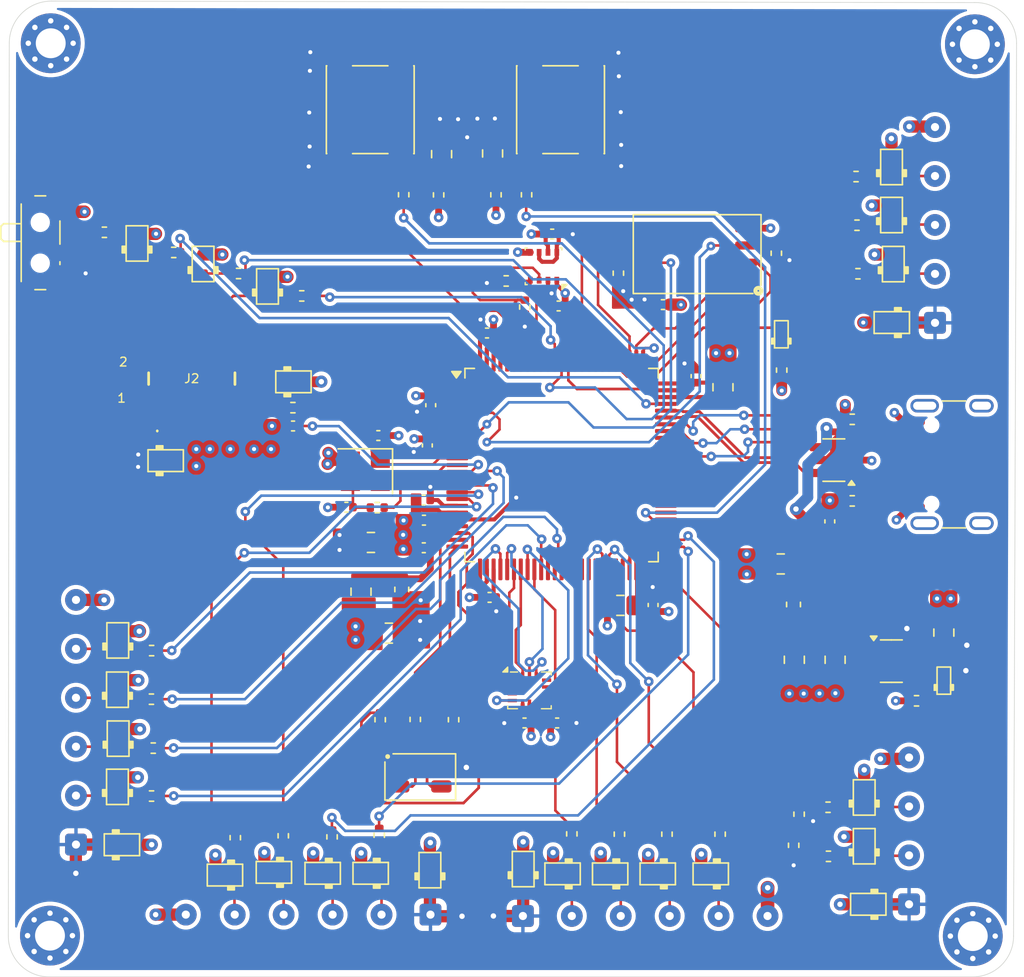
<source format=kicad_pcb>
(kicad_pcb (version 20240108) (generator "pcbnew") (generator_version "8.0")
  (layers (0 "F.Cu" signal) (1 "In1.Cu" signal) (2 "In2.Cu" signal) (31 "B.Cu" signal) (34 "B.Paste" user) (35 "F.Paste" user) (36 "B.SilkS" user "B.Silkscreen") (37 "F.SilkS" user "F.Silkscreen") (38 "B.Mask" user) (39 "F.Mask" user) (44 "Edge.Cuts" user))
  (net 0 "")
  (net 1 "GND")
  (net 2 "+3.3V")
  (net 3 "+3.3VA")
  (net 4 "/NRST")
  (net 5 "Net-(U1-VCAP_1)")
  (net 6 "Net-(U1-VCAP_2)")
  (net 7 "/HSE_IN")
  (net 8 "Net-(C16-Pad1)")
  (net 9 "+5V")
  (net 10 "VBUS")
  (net 11 "Net-(C28-Pad2)")
  (net 12 "Net-(C29-Pad2)")
  (net 13 "Net-(D1-K)")
  (net 14 "Net-(D2-K)")
  (net 15 "Net-(D3-K)")
  (net 16 "Net-(D4-K)")
  (net 17 "Net-(D5-K)")
  (net 18 "Net-(D9-K)")
  (net 19 "Net-(D10-K)")
  (net 20 "Net-(D11-K)")
  (net 21 "Net-(D12-K)")
  (net 22 "Net-(D13-K)")
  (net 23 "Net-(D14-K)")
  (net 24 "Net-(D15-K)")
  (net 25 "Net-(D16-K)")
  (net 26 "Net-(D18-K)")
  (net 27 "Net-(D19-K)")
  (net 28 "Net-(D20-K)")
  (net 29 "Net-(D21-K)")
  (net 30 "Net-(D23-K)")
  (net 31 "Net-(D24-K)")
  (net 32 "Net-(D25-K)")
  (net 33 "Net-(D26-K)")
  (net 34 "Net-(J1-D--PadA7)")
  (net 35 "Net-(J1-D+-PadA6)")
  (net 38 "Net-(J1-CC2)")
  (net 39 "Net-(J1-CC1)")
  (net 42 "Net-(LED1-K)")
  (net 43 "Net-(LED2-R)")
  (net 44 "Net-(LED2-G)")
  (net 45 "Net-(LED2-B)")
  (net 46 "Net-(LED3-K)")
  (net 47 "/DEBUG_LED")
  (net 48 "Net-(SW1-B)")
  (net 49 "/BOOT0")
  (net 50 "/HSE_OUT")
  (net 51 "/RGB_TIM2_CH1")
  (net 52 "/RGB_TIM2_CH2")
  (net 53 "/RGB_TIM2_CH3")
  (net 54 "/SWO")
  (net 55 "/SWCLK")
  (net 56 "/SWDIO")
  (net 57 "/I2C1_SCL")
  (net 58 "/I2C1_SDA")
  (net 59 "/FLASH_WP")
  (net 60 "/FLASH_HOLD")
  (net 61 "/I2C2_SCL")
  (net 62 "/I2C2_SDA")
  (net 63 "/USART1_CK")
  (net 64 "/USART1_TX")
  (net 65 "/USART1_RX")
  (net 66 "/TIM1_CH1")
  (net 67 "/TIM1_CH2")
  (net 68 "/TIM1_CH3")
  (net 69 "/TIM1_CH4")
  (net 70 "/SPI2_NSS")
  (net 71 "/SPI2_SCK")
  (net 72 "/SPI2_MISO")
  (net 73 "/SPI2_MOSI")
  (net 74 "/ADC1_IN8")
  (net 75 "/ADC1_IN9")
  (net 76 "/ADC1_IN10")
  (net 77 "/ADC1_IN11")
  (net 78 "/USR_SW_2")
  (net 79 "/USR_SW_1")
  (net 86 "/SPI3_MOSI")
  (net 93 "/SPI1_MOSI")
  (net 94 "/LSM_INT1")
  (net 102 "/USB_D+")
  (net 103 "/SPI3_MISO")
  (net 105 "/LSM_INT2")
  (net 108 "/SPI1_MISO")
  (net 112 "/USB_D-")
  (net 118 "/SPI3_SCK")
  (net 121 "/SPI3_NSS")
  (net 122 "/SPI1_SCK")
  (net 129 "/SPI1_NSS")
  (footprint "Resistor_SMD:R_0402_1005Metric" (layer "F.Cu") (at 138.28 106.16 -90)
    (property "Reference" "R6" (hide yes))
    (property "Value" "1k" (hide yes))
  )
  (footprint "Capacitor_SMD:C_0402_1005Metric" (layer "F.Cu") (at 151.3 106.4)
    (property "Reference" "C22" (hide yes))
    (property "Value" "100n" (hide yes))
  )
  (footprint "Connector_Wire:SolderWire-0.1sqmm_1x05_P3.6mm_D0.4mm_OD1mm" (layer "F.Cu") (at 179.1 76.96 90)
    (property "Reference" "J4" (hide yes))
    (property "Value" "Conn_01x05_Pin" (hide yes))
  )
  (footprint "Capacitor_SMD:C_0402_1005Metric" (layer "F.Cu") (at 146.14 77.71)
    (property "Reference" "C5" (hide yes))
    (property "Value" "100n" (hide yes))
  )
  (footprint "Capacitor_SMD:C_0402_1005Metric" (layer "F.Cu") (at 141.48 90 180)
    (property "Reference" "C6" (hide yes))
    (property "Value" "100n" (hide yes))
  )
  (footprint "Resistor_SMD:R_0402_1005Metric" (layer "F.Cu") (at 127.62 114.84 90)
    (property "Reference" "R29" (hide yes))
    (property "Value" "22" (hide yes))
  )
  (footprint "PCM_Diode_SMD_AKL:D_SOD-523" (layer "F.Cu") (at 148.8 117.15 90)
    (property "Reference" "D8" (hide yes))
    (property "Value" "PESD5Z3.3" (hide yes))
  )
  (footprint "PCM_Diode_SMD_AKL:D_SOD-523" (layer "F.Cu") (at 174.19 119.74 180)
    (property "Reference" "D6" (hide yes))
    (property "Value" "PESD5Z3.3" (hide yes))
  )
  (footprint "Resistor_SMD:R_0402_1005Metric" (layer "F.Cu") (at 140.86 106.14 -90)
    (property "Reference" "R7" (hide yes))
    (property "Value" "1k" (hide yes))
  )
  (footprint "Capacitor_SMD:C_0402_1005Metric" (layer "F.Cu") (at 151.41 75.72 180)
    (property "Reference" "C26" (hide yes))
    (property "Value" "100n" (hide yes))
  )
  (footprint "Resistor_SMD:R_0402_1005Metric" (layer "F.Cu") (at 143.68 106.16 -90)
    (property "Reference" "R8" (hide yes))
    (property "Value" "1k" (hide yes))
  )
  (footprint "Resistor_SMD:R_0402_1005Metric" (layer "F.Cu") (at 173.43 73.35 180)
    (property "Reference" "R19" (hide yes))
    (property "Value" "22" (hide yes))
  )
  (footprint "Resistor_SMD:R_0402_1005Metric" (layer "F.Cu") (at 121.585 108.25)
    (property "Reference" "R33" (hide yes))
    (property "Value" "22" (hide yes))
  )
  (footprint "Resistor_SMD:R_0402_1005Metric" (layer "F.Cu") (at 171.26 116.21 180)
    (property "Reference" "R17" (hide yes))
    (property "Value" "22" (hide yes))
  )
  (footprint "Resistor_SMD:R_0402_1005Metric" (layer "F.Cu") (at 138.065 90.555)
    (property "Reference" "R2" (hide yes))
    (property "Value" "612" (hide yes))
  )
  (footprint "PCM_Diode_SMD_AKL:D_SOD-523" (layer "F.Cu") (at 120.39 71.12 90)
    (property "Reference" "D26" (hide yes))
    (property "Value" "PESD5Z3.3" (hide yes))
  )
  (footprint "Capacitor_SMD:C_0805_2012Metric" (layer "F.Cu") (at 171.75 101.75 90)
    (property "Reference" "C24" (hide yes))
    (property "Value" "2.2u" (hide yes))
  )
  (footprint "Resistor_SMD:R_0402_1005Metric" (layer "F.Cu") (at 134.74 114.78 90)
    (property "Reference" "R27" (hide yes))
    (property "Value" "22" (hide yes))
  )
  (footprint "Resistor_SMD:R_0402_1005Metric" (layer "F.Cu") (at 173.01 84.06)
    (property "Reference" "R4" (hide yes))
    (property "Value" "5.1K" (hide yes))
  )
  (footprint "MountingHole:MountingHole_2.2mm_M2_Pad_Via" (layer "F.Cu") (at 181.87868 122.07868)
    (property "Reference" "H3" (hide yes))
    (property "Value" "MountingHole_Pad" (hide yes))
  )
  (footprint "Resistor_SMD:R_0402_1005Metric" (layer "F.Cu") (at 142.58 67.55 90)
    (property "Reference" "R37" (hide yes))
    (property "Value" "10k" (hide yes))
  )
  (footprint "PCM_Diode_SMD_AKL:D_SOD-523" (layer "F.Cu") (at 173.89 111.88 90)
    (property "Reference" "D2" (hide yes))
    (property "Value" "PESD5Z3.3" (hide yes))
  )
  (footprint "Resistor_SMD:R_0402_1005Metric" (layer "F.Cu") (at 171.23 112.6 180)
    (property "Reference" "R18" (hide yes))
    (property "Value" "22" (hide yes))
  )
  (footprint "Inductor_SMD:L_0603_1608Metric" (layer "F.Cu") (at 168.69 97.6825 -90)
    (property "Reference" "FB2" (hide yes))
    (property "Value" "600 @ 600 MHz" (hide yes))
  )
  (footprint "MountingHole:MountingHole_2.2mm_M2_Pad_Via" (layer "F.Cu") (at 182.033274 56.466726)
    (property "Reference" "H1" (hide yes))
    (property "Value" "MountingHole_Pad" (hide yes))
  )
  (footprint "Package_LGA:Bosch_LGA-14_3x2.5mm_P0.5mm" (layer "F.Cu") (at 149.2625 104)
    (property "Reference" "U4" (hide yes))
    (property "Value" "BMI160" (hide yes))
  )
  (footprint "Capacitor_SMD:C_0402_1005Metric" (layer "F.Cu") (at 161.52 80.88 -90)
    (property "Reference" "C4" (hide yes))
    (property "Value" "100n" (hide yes))
  )
  (footprint "Capacitor_SMD:C_0402_1005Metric" (layer "F.Cu") (at 141.5 91.48 180)
    (property "Reference" "C8" (hide yes))
    (property "Value" "100n" (hide yes))
  )
  (footprint "Resistor_SMD:R_0402_1005Metric" (layer "F.Cu") (at 168.7 115.4 90)
    (property "Reference" "R31" (hide yes))
    (property "Value" "2.2k" (hide yes))
  )
  (footprint "Connector_USB:USB_C_Receptacle_GCT_USB4105-xx-A_16P_TopMnt_Horizontal" (layer "F.Cu") (at 181.445 87.38 90)
    (property "Reference" "J1" (hide yes))
    (property "Value" "USB_C_Receptacle_USB2.0_16P" (hide yes))
  )
  (footprint "Resistor_SMD:R_0402_1005Metric" (layer "F.Cu") (at 159.38 114.58 90)
    (property "Reference" "R24" (hide yes))
    (property "Value" "22" (hide yes))
  )
  (footprint "Connector_Wire:SolderWire-0.1sqmm_1x06_P3.6mm_D0.4mm_OD1mm" (layer "F.Cu") (at 115.9 115.345 90)
    (property "Reference" "J7" (hide yes))
    (property "Value" "Conn_01x06_Pin" (hide yes))
  )
  (footprint "PCM_Diode_SMD_AKL:D_SOD-523" (layer "F.Cu") (at 151.7 117.5 180)
    (property "Reference" "D9" (hide yes))
    (property "Value" "PESD5Z3.3" (hide yes))
  )
  (footprint "PCM_Diode_SMD_AKL:D_SOD-523" (layer "F.Cu") (at 175.9 69.03 90)
    (property "Reference" "D4" (hide yes))
    (property "Value" "PESD5Z3.3" (hide yes))
  )
  (footprint "Resistor_SMD:R_0402_1005Metric" (layer "F.Cu") (at 177.74 104.77)
    (property "Reference" "R5" (hide yes))
    (property "Value" "1k" (hide yes))
  )
  (footprint "Resistor_SMD:R_0402_1005Metric" (layer "F.Cu") (at 167.425 71.84 90)
    (property "Reference" "R15" (hide yes))
    (property "Value" "10k" (hide yes))
  )
  (footprint "PCM_Diode_SMD_AKL:D_SOD-523" (layer "F.Cu") (at 162.6 117.5 180)
    (property "Reference" "D12" (hide yes))
    (property "Value" "PESD5Z3.3" (hide yes))
  )
  (footprint "Button_Switch_SMD:SW_SPST_PTS645" (layer "F.Cu") (at 137.55 61.28 90)
    (property "Reference" "SW3" (hide yes))
    (property "Value" "Push_Button" (hide yes))
  )
  (footprint "Resistor_SMD:R_0402_1005Metric" (layer "F.Cu") (at 169.1 113.11 90)
    (property "Reference" "R30" (hide yes))
    (property "Value" "2.2k" (hide yes))
  )
  (footprint "PCM_Diode_SMD_AKL:D_SOD-523" (layer "F.Cu") (at 129.99 74.28 90)
    (property "Reference" "D23" (hide yes))
    (property "Value" "PESD5Z3.3" (hide yes))
  )
  (footprint "Resistor_SMD:R_0402_1005Metric" (layer "F.Cu") (at 155.805 73.31 90)
    (property "Reference" "R16" (hide yes))
    (property "Value" "10k" (hide yes))
  )
  (footprint "Capacitor_SMD:C_0805_2012Metric" (layer "F.Cu") (at 167.75 94.7 180)
    (property "Reference" "C23" (hide yes))
    (property "Value" "2.2u" (hide yes))
  )
  (footprint "PCM_Package_SO_AKL:SOIC-8_5.23x5.23mm_P1.27mm" (layer "F.Cu") (at 161.6 71.905 180)
    (property "Reference" "U6" (hide yes))
    (property "Value" "W25Q128JVS" (hide yes))
  )
  (footprint "Resistor_SMD:R_0402_1005Metric" (layer "F.Cu") (at 167.82 80.44 90)
    (property "Reference" "R40" (hide yes))
    (property "Value" "1k" (hide yes))
  )
  (footprint "Capacitor_SMD:C_0402_1005Metric" (layer "F.Cu") (at 141.49 93.51 180)
    (property "Reference" "C9" (hide yes))
    (property "Value" "100n" (hide yes))
  )
  (footprint "Resistor_SMD:R_0402_1005Metric" (layer "F.Cu") (at 173.36 69.78 180)
    (property "Reference" "R20" (hide yes))
    (property "Value" "22" (hide yes))
  )
  (footprint "Connector_Wire:SolderWire-0.1sqmm_1x06_P3.6mm_D0.4mm_OD1mm" (layer "F.Cu") (at 141.98 120.5 180)
    (property "Reference" "J6" (hide yes))
    (property "Value" "Conn_01x06_Pin" (hide yes))
  )
  (footprint "Package_TO_SOT_SMD:SOT-23-5" (layer "F.Cu") (at 175.8875 101.85)
    (property "Reference" "U3" (hide yes))
    (property "Value" "MIC5365-3.3YD5" (hide yes))
  )
  (footprint "PCM_Diode_SMD_AKL:D_SOD-523" (layer "F.Cu") (at 175.92 76.94 180)
    (property "Reference" "D7" (hide yes))
    (property "Value" "PESD5Z3.3" (hide yes))
  )
  (footprint "Resistor_SMD:R_0402_1005Metric" (layer "F.Cu") (at 173.01 90.06)
    (property "Reference" "R3" (hide yes))
    (property "Value" "5.1K" (hide yes))
  )
  (footprint "Resistor_SMD:R_0402_1005Metric" (layer "F.Cu") (at 163.29 114.58 90)
    (property "Reference" "R25" (hide yes))
    (property "Value" "22" (hide yes))
  )
  (footprint "MountingHole:MountingHole_2.2mm_M2_Pad_Via" (layer "F.Cu") (at 114.042031 56.392031)
    (property "Reference" "H2" (hide yes))
    (property "Value" "MountingHole_Pad" (hide yes))
  )
  (footprint "Crystal:Crystal_SMD_3225-4Pin_3.2x2.5mm" (layer "F.Cu") (at 137.19 87.88 180)
    (property "Reference" "X1" (hide yes))
    (property "Value" "26MHz (LC 10p)" (hide yes))
  )
  (footprint "Resistor_SMD:R_0402_1005Metric" (layer "F.Cu") (at 131.15 114.7 90)
    (property "Reference" "R28" (hide yes))
    (property "Value" "22" (hide yes))
  )
  (footprint "Resistor_SMD:R_0402_1005Metric" (layer "F.Cu") (at 173.29 66.2 180)
    (property "Reference" "R21" (hide yes))
    (property "Value" "22" (hide yes))
  )
  (footprint "PCM_Diode_SMD_AKL:D_SOD-523" (layer "F.Cu") (at 158.7 117.5 180)
    (property "Reference" "D11" (hide yes))
    (property "Value" "PESD5Z3.3" (hide yes))
  )
  (footprint "Resistor_SMD:R_0402_1005Metric" (layer "F.Cu") (at 131.86 83.2 180)
    (property "Reference" "R9" (hide yes))
    (property "Value" "22" (hide yes))
  )
  (footprint "PCM_Diode_SMD_AKL:D_SOD-523" (layer "F.Cu") (at 173.89 115.47 90)
    (property "Reference" "D1" (hide yes))
    (property "Value" "PESD5Z3.3" (hide yes))
  )
  (footprint "Capacitor_SMD:C_0402_1005Metric" (layer "F.Cu") (at 141.75 85.98 90)
    (property "Reference" "C7" (hide yes))
    (property "Value" "100n" (hide yes))
  )
  (footprint "PCM_Diode_SMD_AKL:D_SOD-523" (layer "F.Cu") (at 131.9 81.3)
    (property "Reference" "D24" (hide yes))
    (property "Value" "PESD5Z3.3" (hide yes))
  )
  (footprint "Connector_Wire:SolderWire-0.1sqmm_1x04_P3.6mm_D0.4mm_OD1mm" (layer "F.Cu") (at 177.19 119.74 90)
    (property "Reference" "J3" (hide yes))
    (property "Value" "Conn_01x04_Pin" (hide yes))
  )
  (footprint "Capacitor_SMD:C_0402_1005Metric" (layer "F.Cu") (at 171.36 91.57 -90)
    (property "Reference" "C27" (hide yes))
    (property "Value" "100n" (hide yes))
  )
  (footprint "Resistor_SMD:R_0402_1005Metric" (layer "F.Cu") (at 148.92 75.8 -90)
    (property "Reference" "R14" (hide yes))
    (property "Value" "4k7" (hide yes))
  )
  (footprint "Resistor_SMD:R_0402_1005Metric" (layer "F.Cu") (at 132.51 74.98 180)
    (property "Reference" "R10" (hide yes))
    (property "Value" "22" (hide yes))
  )
  (footprint "PCM_Diode_SMD_AKL:D_SOD-523" (layer "F.Cu") (at 118.95 103.95 90)
    (property "Reference" "D21" (hide yes))
    (property "Value" "PESD5Z3.3" (hide yes))
  )
  (footprint "Inductor_SMD:L_0603_1608Metric" (layer "F.Cu") (at 139.87 96.5775 -90)
    (property "Reference" "FB1" (hide yes))
    (property "Value" "600 @ 600 MHz" (hide yes))
  )
  (footprint "Capacitor_SMD:C_0402_1005Metric" (layer "F.Cu") (at 138.145 85.255)
    (property "Reference" "C15" (hide yes))
    (property "Value" "10p" (hide yes))
  )
  (footprint "Capacitor_SMD:C_0402_1005Metric" (layer "F.Cu") (at 142 83.02 90)
    (property "Reference" "C17" (hide yes))
    (property "Value" "100n" (hide yes))
  )
  (footprint "PCM_Diode_SMD_AKL:D_SOD-523" (layer "F.Cu") (at 130.46 117.39 180)
    (property "Reference" "D14" (hide yes))
    (property "Value" "PESD5Z3.3" (hide yes))
  )
  (footprint "PCM_LED_SMD_AKL:LED_0402_1005Metric" (layer "F.Cu") (at 167.795 77.805 90)
    (property "Reference" "LED3" (hide yes))
    (property "Value" "LED_0402_Orange" (hide yes))
  )
  (footprint "Resistor_SMD:R_0402_1005Metric" (layer "F.Cu") (at 127.86 73.33)
    (property "Reference" "R11" (hide yes))
    (property "Value" "22" (hide yes))
  )
  (footprint "Capacitor_SMD:C_0805_2012Metric" (layer "F.Cu") (at 168.75 101.75 90)
    (property "Reference" "C18" (hide yes))
    (property "Value" "1u" (hide yes))
  )
  (footprint "Resistor_SMD:R_0402_1005Metric" (layer "F.Cu") (at 117.99 70.3)
    (property "Reference" "R1" (hide yes))
    (property "Value" "10k" (hide yes))
  )
  (footprint "Resistor_SMD:R_0402_1005Metric" (layer "F.Cu") (at 155.88 114.58 90)
    (property "Reference" "R23" (hide yes))
    (property "Value" "22" (hide yes))
  )
  (footprint "Resistor_SMD:R_0402_1005Metric" (layer "F.Cu") (at 121.46 111.775)
    (property "Reference" "R32" (hide yes))
    (property "Value" "22" (hide yes))
  )
  (footprint "Button_Switch_SMD:SW_SPDT_PCM12" (layer "F.Cu") (at 113.6 71.07 -90)
    (property "Reference" "SW1" (hide yes))
    (property "Value" "SW_SPDT" (hide yes))
  )
  (footprint "PCM_Diode_SMD_AKL:D_SOD-523" (layer "F.Cu") (at 119 107.55 90)
    (property "Reference" "D18" (hide yes))
    (property "Value" "PESD5Z3.3" (hide yes))
  )
  (footprint "PCM_Diode_SMD_AKL:D_SOD-523" (layer "F.Cu") (at 176.03 72.64 90)
    (property "Reference" "D3" (hide yes))
    (property "Value" "PESD5Z3.3" (hide yes))
  )
  (footprint "Capacitor_SMD:C_0805_2012Metric" (layer "F.Cu") (at 163.5 81.7 90)
    (property "Reference" "C14" (hide yes))
    (property "Value" "2.2u" (hide yes))
  )
  (footprint "PCM_Diode_SMD_AKL:D_SOD-523" (layer "F.Cu") (at 125.25 72.63 90)
    (property "Reference" "D25" (hide yes))
    (property "Value" "PESD5Z3.3" (hide yes))
  )
  (footprint "PCM_LED_SMD_AKL:LED_RGB_Wuerth-PLCC4_3.2x2.8mm_150141M173100" (layer "F.Cu") (at 141.23 110.37)
    (property "Reference" "LED2" (hide yes))
    (property "Value" "Wurth_WL-SFTW" (hide yes))
  )
  (footprint "PCM_Diode_SMD_AKL:D_SOD-523" (layer "F.Cu") (at 137.58 117.46 180)
    (property "Reference" "D16" (hide yes))
    (property "Value" "PESD5Z3.3" (hide yes))
  )
  (footprint "Button_Switch_SMD:SW_SPST_PTS645" (layer "F.Cu") (at 151.55 61.28 -90)
    (property "Reference" "SW2" (hide yes))
    (property "Value" "Push_Button" (hide yes))
  )
  (footprint "PCM_Diode_SMD_AKL:D_SOD-523" (layer "F.Cu") (at 175.9 65.5 90)
    (property "Reference" "D5" (hide yes))
    (property "Value" "PESD5Z3.3" (hide yes))
  )
  (footprint "Capacitor_SMD:C_0402_1005Metric" (layer "F.Cu") (at 150.935 70.43)
    (property "Reference" "C25" (hide yes))
    (property "Value" "100n" (hide yes))
  )
  (footprint "Resistor_SMD:R_0402_1005Metric" (layer "F.Cu") (at 147.55 73.88)
    (property "Reference" "R13" (hide yes))
    (property "Value" "4k7" (hide yes))
  )
  (footprint "PCM_Diode_SMD_AKL:D_SOD-523" (layer "F.Cu") (at 134.05 117.46 180)
    (property "Reference" "D15" (hide yes))
    (property "Value" "PESD5Z3.3" (hide yes))
  )
  (footprint "Resistor_SMD:R_0402_1005Metric" (layer "F.Cu") (at 121.45 104.65)
    (property "Reference" "R34" (hide yes))
    (property "Value" "22" (hide yes))
  )
  (footprint "Capacitor_SMD:C_0805_2012Metric" (layer "F.Cu") (at 142.8 64.55 -90)
    (property "Reference" "C29" (hide yes))
    (property "Value" "100n" (hide yes))
  )
  (footprint "PCM_LED_SMD_AKL:LED_0402_1005Metric" (layer "F.Cu") (at 179.75 103.285 90)
    (property "Reference" "LED1" (hide yes))
    (property "Value" "LED_0402_Green" (hide yes))
  )
  (footprint "Resistor_SMD:R_0402_1005Metric" (layer "F.Cu") (at 149.05 67.54 90)
    (property "Reference" "R38" (hide yes))
    (property "Value" "22" (hide yes))
  )
  (footprint "Capacitor_SMD:C_0402_1005Metric" (layer "F.Cu") (at 135.795 90.525 180)
    (property "Reference" "C16" (hide yes))
    (property "Value" "10p" (hide yes))
  )
  (footprint "Resistor_SMD:R_0402_1005Metric" (layer "F.Cu") (at 123.09 71.78 180)
    (property "Reference" "R12" (hide yes))
    (property "Value" "22" (hide yes))
  )
  (footprint "Resistor_SMD:R_0402_1005Metric" (layer "F.Cu") (at 121.465 101.075)
    (property "Reference" "R35" (hide yes))
    (property "Value" "22" (hide yes))
  )
  (footprint "KiCad:BD12510A03050580LB" (layer "F.Cu") (at 124.42 81.065)
    (property "Reference" "J2")
    (property "Value" "BD125-10-A-0305-0580-L-B" (hide yes))
  )
  (footprint "Capacitor_SMD:C_0402_1005Metric" (layer "F.Cu") (at 146.33 97.16 180)
    (property "Reference" "C2" (hide yes))
    (property "Value" "100n" (hide yes))
  )
  (footprint "Resistor_SMD:R_0402_1005Metric" (layer "F.Cu") (at 146.8 67.54 90)
    (property "Reference" "R36" (hide yes))
    (property "Value" "10k" (hide yes))
  )
  (footprint "Capacitor_SMD:C_0402_1005Metric" (layer "F.Cu") (at 158.36 97.72 -90)
    (property "Reference" "C3" (hide yes))
    (property "Value" "100n" (hide yes))
  )
  (footprint "Resistor_SMD:R_0402_1005Metric" (layer "F.Cu") (at 140.01 67.535 90)
    (property "Reference" "R39" (hide yes))
    (property "Value" "22" (hide yes))
  )
  (footprint "Capacitor_SMD:C_0805_2012Metric" (layer "F.Cu") (at 179.75 99.75 90)
    (property "Reference" "C19" (hide yes))
    (property "Value" "1u" (hide yes))
  )
  (footprint "Capacitor_SMD:C_0402_1005Metric" (layer "F.Cu") (at 159.08 75.62 180)
    (property "Reference" "C20" (hide yes))
    (property "Value" "100n" (hide yes))
  )
  (footprint "Package_LGA:Bosch_LGA-8_2.5x2.5mm_P0.65mm_ClockwisePinNumbering" (layer "F.Cu") (at 150.3 72.8 180)
    (property "Reference" "U5" (hide yes))
    (property "Value" "BME280" (hide yes))
  )
  (footprint "Capacitor_SMD:C_0805_2012Metric" (layer "F.Cu") (at 155.95 97.75)
    (property "Reference" "C13" (hide yes))
    (property "Value" "2.2u" (hide yes))
  )
  (footprint "PCM_Diode_SMD_AKL:D_SOD-523" (layer "F.Cu") (at 118.975 100.325 90)
    (property "Reference" "D20" (hide yes))
    (property "Value" "PESD5Z3.3" (hide yes))
  )
  (footprint "Capacitor_SMD:C_0805_2012Metric" (layer "F.Cu") (at 137.6 93.12)
    (property "Reference" "C1" (hide yes))
    (property "Value" "10u" (hide yes))
  )
  (footprint "PCM_Diode_SMD_AKL:D_SOD-523" (layer "F.Cu") (at 155.2 117.5 180)
    (property "Reference" "D10" (hide yes))
    (property "Value" "PESD5Z3.3" (hide yes))
  )
  (footprint "Resistor_SMD:R_0402_1005Metric" (layer "F.Cu") (at 152.38 114.56 90)
    (property "Reference" "R22" (hide yes))
    (property "Value" "22" (hide yes))
  )
  (footprint "Resistor_SMD:R_0402_1005Metric" (layer "F.Cu") (at 138.21 114.66 90)
    (property "Reference" "R26" (hide yes))
    (property "Value" "22" (hide yes))
  )
  (footprint "Capacitor_SMD:C_0805_2012Metric" (layer "F.Cu") (at 146.55 64.5 -90)
    (property "Reference" "C28" (hide yes))
    (property "Value" "100n" (hide yes))
  )
  (footprint "Capacitor_SMD:C_0402_1005Metric" (layer "F.Cu") (at 148.9 106.4 180)
    (property "Reference" "C21" (hide yes))
    (property "Value" "100n" (hide yes))
  )
  (footprint "Capacitor_SMD:C_0805_2012Metric" (layer "F.Cu") (at 138.92 99.79 180)
    (property "Reference" "C11" (hide yes))
    (property "Value" "1u" (hide yes))
  )
  (footprint "PCM_Diode_SMD_AKL:D_SOD-523" (layer "F.Cu") (at 119.28 115.36)
    (property "Reference" "D22" (hide yes))
    (property "Value" "PESD5Z3.3" (hide yes))
  )
  (footprint "PCM_Diode_SMD_AKL:D_SOD-523" (layer "F.Cu") (at 141.94 117.23 90)
    (property "Reference" "D17" (hide yes))
    (property "Value" "PESD5Z3.3" (hide yes))
  )
  (footprint "Package_QFP:LQFP-100_14x14mm_P0.5mm" (layer "F.Cu") (at 151.625 87.425)
    (property "Reference" "U1" (hide yes))
    (property "Value" "STM32F407VGT6" (hide yes))
  )
  (footprint "Connector_Wire:SolderWire-0.1sqmm_1x06_P3.6mm_D0.4mm_OD1mm" (layer "F.Cu") (at 148.78 120.6)
    (property "Reference" "J5" (hide yes))
    (property "Value" "Conn_01x06_Pin" (hide yes))
  )
  (footprint "PCM_Diode_SMD_AKL:D_SOD-523" (layer "F.Cu") (at 122.5 87.1)
    (property "Reference" "D27" (hide yes))
    (property "Value" "PESD5Z3.3" (hide yes))
  )
  (footprint "Package_TO_SOT_SMD:SOT-23-6" (layer "F.Cu") (at 171.6575 87.06 180)
    (property "Reference" "U2" (hide yes))
    (property "Value" "USBLC6-2SC6" (hide yes))
  )
  (footprint "Capacitor_SMD:C_0402_1005Metric" (layer "F.Cu") (at 131.87 84.55 180)
    (property "Reference" "C12" (hide yes))
    (property "Value" "100n" (hide yes))
  )
  (footprint "PCM_Diode_SMD_AKL:D_SOD-523" (layer "F.Cu") (at 126.86 117.59 180)
    (property "Reference" "D13" (hide yes))
    (property "Value" "PESD5Z3.3" (hide yes))
  )
  (footprint "MountingHole:MountingHole_2.2mm_M2_Pad_Via" (layer "F.Cu") (at 113.988046 122.045406)
    (property "Reference" "H4" (hide yes))
    (property "Value" "MountingHole_Pad" (hide yes))
  )
  (footprint "Capacitor_SMD:C_0805_2012Metric" (layer "F.Cu") (at 136.87 96.74 -90)
    (property "Reference" "C10" (hide yes))
    (property "Value" "1u" (hide yes))
  )
  (footprint "PCM_Diode_SMD_AKL:D_SOD-523" (layer "F.Cu") (at 118.95 111.1 90)
    (property "Reference" "D19" (hide yes))
    (property "Value" "PESD5Z3.3" (hide yes))
  )
  (gr_line (start 157.75 71.255) (end 157.8 71.18) (stroke (width 0.2)) (layer "F.Cu") (net 118))
  (gr_arc (start 182.000056 53.401665) (mid 184.185686 54.243633) (end 185.1 56.4) (stroke (width 0.05)) (layer "Edge.Cuts"))
  (gr_arc (start 110.992031 56.392031) (mid 111.9 54.2) (end 114.092031 53.292031) (stroke (width 0.05)) (layer "Edge.Cuts"))
  (gr_arc (start 184.87868 122.07868) (mid 184 124.2) (end 181.87868 125.07868) (stroke (width 0.05)) (layer "Edge.Cuts"))
  (gr_arc (start 113.92132 125.07868) (mid 111.8 124.2) (end 110.92132 122.07868) (stroke (width 0.05)) (layer "Edge.Cuts"))
  (gr_line (start 114.092031 53.292031) (end 182.000056 53.401665) (stroke (width 0.05)) (layer "Edge.Cuts"))
  (gr_line (start 113.92132 125.07868) (end 181.87868 125.07868) (stroke (width 0.05)) (layer "Edge.Cuts"))
  (gr_line (start 110.992031 56.392031) (end 110.92132 122.07868) (stroke (width 0.05)) (layer "Edge.Cuts"))
  (gr_line (start 184.87868 122.07868) (end 185.1 56.4) (stroke (width 0.05)) (layer "Edge.Cuts"))
  (gr_text "2" (at 119.01 80.22 0) (layer "F.SilkS") (effects (font (size 0.65 0.65) (thickness 0.1)) (justify left bottom)))
  (gr_text "1" (at 118.88 82.88 0) (layer "F.SilkS") (effects (font (size 0.65 0.65) (thickness 0.1)) (justify left bottom)))
  (segment (start 150.71 106.4) (end 149.7625 105.4525) (width 0.3) (layer "F.Cu") (net 1))
  (segment (start 146.62 78.35188) (end 146.125 78.84688) (width 0.3) (layer "F.Cu") (net 1))
  (segment (start 150.455 71.105) (end 150.455 70.43) (width 0.3) (layer "F.Cu") (net 1))
  (segment (start 150.625 71.275) (end 150.455 71.105) (width 0.3) (layer "F.Cu") (net 1))
  (segment (start 143.95 85.925) (end 143.04688 85.925) (width 0.3) (layer "F.Cu") (net 1))
  (segment (start 141.02 91.48) (end 140.02 91.48) (width 0.5) (layer "F.Cu") (net 1))
  (segment (start 135.315 90.525) (end 134.445 90.525) (width 0.5) (layer "F.Cu") (net 1))
  (segment (start 172.11 119.74) (end 173.49 119.74) (width 0.9) (layer "F.Cu") (net 1))
  (segment (start 120.535 99.625) (end 120.56 99.65) (width 1) (layer "F.Cu") (net 1))
  (segment (start 119 99.65) (end 118.975 99.625) (width 0.9) (layer "F.Cu") (net 1))
  (segment (start 142.58 68.06) (end 142.58 69.21) (width 0.5) (layer "F.Cu") (net 1))
  (segment (start 116.52 68.78) (end 116.16 68.78) (width 0.9) (layer "F.Cu") (net 1))
  (segment (start 138.29 88.73) (end 137.9 88.73) (width 0.3) (layer "F.Cu") (net 1))
  (segment (start 134.97 87.03) (end 134.47 86.53) (width 0.9) (layer "F.Cu") (net 1))
  (segment (start 151 117.5) (end 151 115.93) (width 0.9) (layer "F.Cu") (net 1))
  (segment (start 179.06 62.52) (end 179.1 62.56) (width 0.9) (layer "F.Cu") (net 1))
  (segment (start 174.44 68.33) (end 175.9 68.33) (width 0.9) (layer "F.Cu") (net 1))
  (segment (start 141.94 116.53) (end 141.94 115.23) (width 0.9) (layer "F.Cu") (net 1))
  (segment (start 175.22 76.94) (end 173.82 76.94) (width 0.9) (layer "F.Cu") (net 1))
  (segment (start 134.445 90.525) (end 134.43 90.54) (width 0.5) (layer "F.Cu") (net 1))
  (segment (start 177.765 84.18) (end 176.72 84.18) (width 0.5) (layer "F.Cu") (net 1))
  (segment (start 138.625 85.255) (end 139.635 85.255) (width 0.5) (layer "F.Cu") (net 1))
  (segment (start 151.89 74.77) (end 151.89 75.72) (width 0.5) (layer "F.Cu") (net 1))
  (segment (start 160.4 75.62) (end 160.41 75.63) (width 0.9) (layer "F.Cu") (net 1))
  (segment (start 161.9 116.05) (end 161.91 116.04) (width 0.9) (layer "F.Cu") (net 1))
  (segment (start 141.02 93.5) (end 141.02 91.48) (width 0.3) (layer "F.Cu") (net 1))
  (segment (start 151.275 74.155) (end 151.89 74.77) (width 0.3) (layer "F.Cu") (net 1))
  (segment (start 176.21 104.77) (end 177.23 104.77) (width 0.5) (layer "F.Cu") (net 1))
  (segment (start 175.9 63.41) (end 175.89 63.4) (width 0.9) (layer "F.Cu") (net 1))
  (segment (start 158 117.5) (end 158 116.04) (width 0.9) (layer "F.Cu") (net 1))
  (segment (start 172.795 87.06) (end 174.4 87.06) (width 0.5) (layer "F.Cu") (net 1))
  (segment (start 114.55 68.8) (end 116.52 68.8) (width 0.9) (layer "F.Cu") (net 1))
  (segment (start 173.901972 101.85) (end 174.75 101.85) (width 0.9) (layer "F.Cu") (net 1))
  (segment (start 150.82 106.4) (end 150.82 107.43) (width 0.5) (layer "F.Cu") (net 1))
  (segment (start 141.94 115.23) (end 141.97 115.2) (width 0.9) (layer "F.Cu") (net 1))
  (segment (start 142.62188 85.5) (end 141.75 85.5) (width 0.3) (layer "F.Cu") (net 1))
  (segment (start 154.5 117.5) (end 154.5 115.94) (width 0.9) (layer "F.Cu") (net 1))
  (segment (start 140.02 91.48) (end 140 91.5) (width 0.5) (layer "F.Cu") (net 1))
  (segment (start 148.415 71.775) (end 148.4 71.76) (width 0.5) (layer "F.Cu") (net 1))
  (segment (start 118.95 110.4) (end 120.45 110.4) (width 0.9) (layer "F.Cu") (net 1))
  (segment (start 121.46 115.36) (end 121.47 115.35) (width 0.9) (layer "F.Cu") (net 1))
  (segment (start 166.78 118.53) (end 166.79 118.52) (width 1) (layer "F.Cu") (net 1))
  (segment (start 150.455 70.43) (end 149.4 70.43) (width 0.5) (layer "F.Cu") (net 1))
  (segment (start 146.125 78.84688) (end 146.125 79.75) (width 0.3) (layer "F.Cu") (net 1))
  (segment (start 175.08 109.04) (end 177.09 109.04) (width 0.9) (layer "F.Cu") (net 1))
  (segment (start 142.735 90.925) (end 143.95 90.925) (width 0.3) (layer "F.Cu") (net 1))
  (segment (start 167.82 80.95) (end 167.82 81.95) (width 0.8) (layer "F.Cu") (net 1))
  (segment (start 141.01 93.51) (end 141.02 93.5) (width 0.3) (layer "F.Cu") (net 1))
  (segment (start 173.051972 102.7) (end 173.901972 101.85) (width 0.9) (layer "F.Cu") (net 1))
  (segment (start 155 97.75) (end 155 99.25) (width 0.5) (layer "F.Cu") (net 1))
  (segment (start 134.72 87.03) (end 134.41 87.34) (width 0.9) (layer "F.Cu") (net 1))
  (segment (start 120.56 99.65) (end 119 99.65) (width 0.9) (layer "F.Cu") (net 1))
  (segment (start 159.56 75.62) (end 160.4 75.62) (width 0.9) (layer "F.Cu") (net 1))
  (segment (start 172.5 84.06) (end 172.5 82.98) (width 0.8) (layer "F.Cu") (net 1))
  (segment (start 136.88 117.46) (end 136.88 115.96) (width 0.9) (layer "F.Cu") (net 1))
  (segment (start 117.965 97.345) (end 117.97 97.35) (width 0.9) (layer "F.Cu") (net 1))
  (segment (start 132.6 81.3) (end 133.94 81.3) (width 0.8) (layer "F.Cu") (net 1))
  (segment (start 148.8 116.45) (end 148.8 115.14) (width 0.9) (layer "F.Cu") (net 1))
  (segment (start 126.66 71.93) (end 126.67 71.94) (width 0.9) (layer "F.Cu") (net 1))
  (segment (start 177.09 109.04) (end 177.19 108.94) (width 0.9) (layer "F.Cu") (net 1))
  (segment (start 136.2 87.03) (end 136.09 87.03) (width 0.3) (layer "F.Cu") (net 1))
  (segment (start 171.75 102.7) (end 173.051972 102.7) (width 0.9) (layer "F.Cu") (net 1))
  (segment (start 175.9 64.8) (end 175.9 63.41) (width 0.9) (layer "F.Cu") (net 1))
  (segment (start 158.36 98.2) (end 159.51 98.2) (width 0.5) (layer "F.Cu") (net 1))
  (segment (start 139.745 85.255) (end 139.75 85.25) (width 0.5) (layer "F.Cu") (net 1))
  (segment (start 120.39 70.42) (end 121.78 70.42) (width 0.9) (layer "F.Cu") (net 1))
  (segment (start 172.4 114.77) (end 173.89 114.77) (width 0.9) (layer "F.Cu") (net 1))
  (segment (start 133.94 81.3) (end 133.95 81.29) (width 0.8) (layer "F.Cu") (net 1))
  (segment (start 146.125 96.00312) (end 145.91 96.21812) (width 0.3) (layer "F.Cu") (net 1))
  (segment (start 145.91 96.21812) (end 145.91 97.1) (width 0.3) (layer "F.Cu") (net 1))
  (segment (start 174.4 87.06) (end 174.44 87.1) (width 0.5) (layer "F.Cu") (net 1))
  (segment (start 149.2625 105.0125) (end 149.2625 106.2825) (width 0.3) (layer "F.Cu") (net 1))
  (segment (start 145.91 97.1) (end 145.85 97.16) (width 0.3) (layer "F.Cu") (net 1))
  (segment (start 150.625 71.775) (end 150.625 71.275) (width 0.3) (layer "F.Cu") (net 1))
  (segment (start 129.76 115.91) (end 129.76 117.39) (width 0.9) (layer "F.Cu") (net 1))
  (segment (start 142.54 90.73) (end 141.420001 90.73) (width 0.3) (layer "F.Cu") (net 1))
  (segment (start 121.76 120.5) (end 123.98 120.5) (width 0.9) (layer "F.Cu") (net 1))
  (segment (start 150.82 106.4) (end 150.71 106.4) (width 0.3) (layer "F.Cu") (net 1))
  (segment (start 177.2 62.52) (end 179.06 62.52) (width 0.9) (layer "F.Cu") (net 1))
  (segment (start 141.79 82.33) (end 142 82.54) (width 0.5) (layer "F.Cu") (net 1))
  (segment (start 118.95 103.25) (end 120.48 103.25) (width 0.9) (layer "F.Cu") (net 1))
  (segment (start 174.66 71.94) (end 174.65 71.93) (width 0.9) (layer "F.Cu") (net 1))
  (segment (start 176.03 71.94) (end 174.66 71.94) (width 0.9) (layer "F.Cu") (net 1))
  (segment (start 143.95 90.925) (end 143.9 90.875) (width 0.19) (layer "F.Cu") (net 1))
  (segment (start 149.7625 105.4525) (end 149.7625 105.0125) (width 0.3) (layer "F.Cu") (net 1))
  (segment (start 119 106.85) (end 120.61 106.85) (width 0.9) (layer "F.Cu") (net 1))
  (segment (start 143.04688 85.925) (end 142.62188 85.5) (width 0.3) (layer "F.Cu") (net 1))
  (segment (start 138.29 88.73) (end 138.73 88.73) (width 0.5) (layer "F.Cu") (net 1))
  (segment (start 125.25 71.93) (end 126.66 71.93) (width 0.9) (layer "F.Cu") (net 1))
  (segment (start 151.275 73.825) (end 151.275 74.155) (width 0.3) (layer "F.Cu") (net 1))
  (segment (start 146.125 95.1) (end 146.125 96.00312) (width 0.3) (layer "F.Cu") (net 1))
  (segment (start 149.38 106.4) (end 149.38 107.38) (width 0.5) (layer "F.Cu") (net 1))
  (segment (start 141 90.309999) (end 141 90) (width 0.3) (layer "F.Cu") (net 1))
  (segment (start 150.565 70.54) (end 150.455 70.43) (width 0.3) (layer "F.Cu") (net 1))
  (segment (start 119.98 115.36) (end 121.46 115.36) (width 0.9) (layer "F.Cu") (net 1))
  (segment (start 121.78 70.42) (end 121.79 70.41) (width 0.9) (layer "F.Cu") (net 1))
  (segment (start 136.06 87) (end 136.09 87.03) (width 0.5) (layer "F.Cu") (net 1))
  (segment (start 146.62 76.72) (end 146.62 77.71) (width 0.5) (layer "F.Cu") (net 1))
  (segment (start 116.53 68.79) (end 116.52 68.78) (width 0.9) (layer "F.Cu") (net 1))
  (segment (start 161.9 117.5) (end 161.9 116.05) (width 0.9) (layer "F.Cu") (net 1))
  (segment (start 133.35 117.46) (end 133.35 115.95) (width 0.9) (layer "F.Cu") (net 1))
  (segment (start 177.765 90.58) (end 177.14 90.58) (width 0.5) (layer "F.Cu") (net 1))
  (segment (start 126.16 117.59) (end 126.16 116.1) (width 0.9) (layer "F.Cu") (net 1))
  (segment (start 172.5 82.98) (end 172.49 82.97) (width 0.8) (layer "F.Cu") (net 1))
  (segment (start 173.89 111.18) (end 173.89 109.85) (width 0.9) (layer "F.Cu") (net 1))
  (segment (start 136.09 87.03) (end 134.97 87.03) (width 0.9) (layer "F.Cu") (net 1))
  (segment (start 139.635 85.255) (end 139.64 85.26) (width 0.5) (layer "F.Cu") (net 1))
  (segment (start 160.955 81.925) (end 161.52 81.36) (width 0.3) (layer "F.Cu") (net 1))
  (segment (start 120.48 103.25) (end 120.49 103.26) (width 0.9) (layer "F.Cu") (net 1))
  (segment (start 140.91 82.33) (end 141.79 82.33) (width 0.5) (layer "F.Cu") (net 1))
  (segment (start 176.72 84.18) (end 176.11 83.57) (width 0.5) (layer "F.Cu") (net 1))
  (segment (start 129.99 73.58) (end 131.45 73.58) (width 0.9) (layer "F.Cu") (net 1))
  (segment (start 131.45 73.58) (end 131.46 73.57) (width 0.9) (layer "F.Cu") (net 1))
  (segment (start 144.85 97.16) (end 145.85 97.16) (width 0.5) (layer "F.Cu") (net 1))
  (segment (start 141.420001 90.73) (end 141 90.309999) (width 0.3) (layer "F.Cu") (net 1))
  (segment (start 142.54 90.73) (end 142.735 90.925) (width 0.3) (layer "F.Cu") (net 1))
  (segment (start 146.62 77.71) (end 146.62 78.35188) (width 0.3) (layer "F.Cu") (net 1))
  (segment (start 165.2 70) (end 167 70) (width 0.5) (layer "F.Cu") (net 1))
  (segment (start 116.52 68.8) (end 116.53 68.79) (width 0.9) (layer "F.Cu") (net 1))
  (segment (start 162.89 81.36) (end 163.5 80.75) (width 0.3) (layer "F.Cu") (net 1))
  (segment (start 115.8 97.245) (end 115.9 97.345) (width 1) (layer "F.Cu") (net 1))
  (segment (start 161.52 81.36) (end 162.89 81.36) (width 0.3) (layer "F.Cu") (net 1))
  (segment (start 137.9 88.73) (end 136.2 87.03) (width 0.3) (layer "F.Cu") (net 1))
  (segment (start 166.78 120.6) (end 166.78 118.53) (width 1) (layer "F.Cu") (net 1))
  (segment (start 115.9 97.345) (end 117.965 97.345) (width 0.9) (layer "F.Cu") (net 1))
  (segment (start 140.78 85.5) (end 141.75 85.5) (width 0.5) (layer "F.Cu") (net 1))
  (segment (start 177.14 90.58) (end 176.26 91.46) (width 0.5) (layer "F.Cu") (net 1))
  (segment (start 146.8 68.05) (end 146.8 69.05) (width 0.5) (layer "F.Cu") (net 1))
  (segment (start 159.3 81.925) (end 160.955 81.925) (width 0.3) (layer "F.Cu") (net 1))
  (segment (start 134.97 87.03) (end 134.72 87.03) (width 0.9) (layer "F.Cu") (net 1))
  (segment (start 149.325 71.775) (end 148.415 71.775) (width 0.5) (layer "F.Cu") (net 1))
  (segment (start 149.2625 106.2825) (end 149.38 106.4) (width 0.3) (layer "F.Cu") (net 1))
  (via (at 141.97 115.2) (size 0.9) (drill 0.4) (layers "F.Cu" "B.Cu") (net 1))
  (via (at 151.89 74.77) (size 0.7) (drill 0.3) (layers "F.Cu" "B.Cu") (net 1))
  (via (at 176.21 104.77) (size 0.7) (drill 0.3) (layers "F.Cu" "B.Cu") (net 1))
  (via (at 129 86.25) (size 0.7) (drill 0.3) (layers "F.Cu" "B.Cu") (net 1))
  (via (at 174.44 68.33) (size 0.9) (drill 0.4) (layers "F.Cu" "B.Cu") (net 1))
  (via (at 176.11 83.57) (size 0.7) (drill 0.3) (layers "F.Cu" "B.Cu") (net 1))
  (via (at 136.47 99.29) (size 0.7) (drill 0.3) (layers "F.Cu" "B.Cu") (net 1))
  (via (at 169.44 104.24) (size 0.7) (drill 0.3) (layers "F.Cu" "B.Cu") (net 1))
  (via (at 171.77 104.21) (size 0.7) (drill 0.3) (layers "F.Cu" "B.Cu") (net 1))
  (via (at 120.49 103.26) (size 0.9) (drill 0.4) (layers "F.Cu" "B.Cu") (net 1))
  (via (at 121.79 70.41) (size 0.7) (drill 0.3) (layers "F.Cu" "B.Cu") (net 1))
  (via (at 173.89 109.85) (size 0.9) (drill 0.4) (layers "F.Cu" "B.Cu") (net 1))
  (via (at 146.8 69.05) (size 0.7) (drill 0.3) (layers "F.Cu" "B.Cu") (net 1))
  (via (at 146.62 76.72) (size 0.7) (drill 0.3) (layers "F.Cu" "B.Cu") (net 1))
  (via (at 175.08 109.04) (size 0.9) (drill 0.4) (layers "F.Cu" "B.Cu") (net 1))
  (via (at 154.5 115.94) (size 0.9) (drill 0.4) (layers "F.Cu" "B.Cu") (net 1))
  (via (at 165.25 95.46) (size 0.7) (drill 0.3) (layers "F.Cu" "B.Cu") (net 1))
  (via (at 170.6 104.23) (size 0.7) (drill 0.3) (layers "F.Cu" "B.Cu") (net 1))
  (via (at 139.64 85.26) (size 0.7) (drill 0.3) (layers "F.Cu" "B.Cu") (net 1))
  (via (at 121.76 120.5) (size 0.9) (drill 0.4) (layers "F.Cu" "B.Cu") (net 1))
  (via (at 167 70) (size 0.7) (drill 0.3) (layers "F.Cu" "B.Cu") (net 1))
  (via (at 120.56 99.65) (size 0.9) (drill 0.4) (layers "F.Cu" "B.Cu") (net 1))
  (via (at 127.25 86.25) (size 0.7) (drill 0.3) (layers "F.Cu" "B.Cu") (net 1))
  (via (at 171.36 90.03) (size 0.7) (drill 0.3) (layers "F.Cu" "B.Cu") (net 1))
  (via (at 155 99.25) (size 0.7) (drill 0.3) (layers "F.Cu" "B.Cu") (net 1))
  (via (at 148.8 115.14) (size 0.9) (drill 0.4) (layers "F.Cu" "B.Cu") (net 1))
  (via (at 133.95 81.29) (size 0.9) (drill 0.4) (layers "F.Cu" "B.Cu") (net 1))
  (via (at 149.38 107.38) (size 0.7) (drill 0.3) (layers "F.Cu" "B.Cu") (net 1))
  (via (at 130.25 86.25) (size 0.7) (drill 0.3) (layers "F.Cu" "B.Cu") (net 1))
  (via (at 167.82 81.95) (size 0.7) (drill 0.3) (layers "F.Cu" "B.Cu") (net 1))
  (via (at 140.91 82.33) (size 0.7) (drill 0.3) (layers "F.Cu" "B.Cu") (net 1))
  (via (at 175.89 63.4) (size 0.9) (drill 0.4) (layers "F.Cu" "B.Cu") (net 1))
  (via (at 159.51 98.2) (size 0.7) (drill 0.3) (layers "F.Cu" "B.Cu") (net 1))
  (via (at 116.53 68.79) (size 0.7) (drill 0.3) (layers "F.Cu" "B.Cu") (net 1))
  (via (at 173.82 76.94) (size 0.7) (drill 0.3) (layers "F.Cu" "B.Cu") (net 1))
  (via (at 165.24 93.98) (size 0.7) (drill 0.3) (layers "F.Cu" "B.Cu") (net 1))
  (via (at 129.76 115.91) (size 0.9) (drill 0.4) (layers "F.Cu" "B.Cu") (net 1))
  (via (at 160.41 75.63) (size 0.65) (drill 0.25) (layers "F.Cu" "B.Cu") (net 1))
  (via (at 126.67 71.94) (size 0.7) (drill 0.3) (layers "F.Cu" "B.Cu") (net 1))
  (via (at 134.47 86.53) (size 0.7) (drill 0.3) (layers "F.Cu" "B.Cu") (net 1))
  (via (at 121.47 115.35) (size 0.9) (drill 0.4) (layers "F.Cu" "B.Cu") (net 1))
  (via (at 134.41 87.34) (size 0.7) (drill 0.3) (layers "F.Cu" "B.Cu") (net 1))
  (via (at 124.75 87.5) (size 0.7) (drill 0.3) (layers "F.Cu" "B.Cu") (net 1))
  (via (at 117.97 97.35) (size 0.9) (drill 0.4) (layers "F.Cu" "B.Cu") (net 1))
  (via (at 130.32 84.55) (size 0.7) (drill 0.3) (layers "F.Cu" "B.Cu") (net 1))
  (via (at 161.91 116.04) (size 0.9) (drill 0.4) (layers "F.Cu" "B.Cu") (net 1))
  (via (at 133.35 115.95) (size 0.9) (drill 0.4) (layers "F.Cu" "B.Cu") (net 1))
  (via (at 174.44 87.1) (size 0.7) (drill 0.3) (layers "F.Cu" "B.Cu") (net 1))
  (via (at 162.99 79.19) (size 0.7) (drill 0.3) (layers "F.Cu" "B.Cu") (net 1))
  (via (at 126.16 116.1) (size 0.9) (drill 0.4) (layers "F.Cu" "B.Cu") (net 1))
  (via (at 120.45 110.4) (size 0.9) (drill 0.4) (layers "F.Cu" "B.Cu") (net 1))
  (via (at 166.79 118.52) (size 0.9) (drill 0.4) (layers "F.Cu" "B.Cu") (net 1))
  (via (at 142.58 69.21) (size 0.7) (drill 0.3) (layers "F.Cu" "B.Cu") (net 1))
  (via (at 158 116.04) (size 0.9) (drill 0.4) (layers "F.Cu" "B.Cu") (net 1))
  (via (at 134.43 90.54) (size 0.7) (drill 0.3) (layers "F.Cu" "B.Cu") (net 1))
  (via (at 150.82 107.43) (size 0.7) (drill 0.3) (layers "F.Cu" "B.Cu") (net 1))
  (via (at 120.61 106.85) (size 0.9) (drill 0.4) (layers "F.Cu" "B.Cu") (net 1))
  (via (at 163.98 79.19) (size 0.7) (drill 0.3) (layers "F.Cu" "B.Cu") (net 1))
  (via (at 140 91.5) (size 0.7) (drill 0.3) (layers "F.Cu" "B.Cu") (net 1))
  (via (at 136.88 115.96) (size 0.9) (drill 0.4) (layers "F.Cu" "B.Cu") (net 1))
  (via (at 176.26 91.46) (size 0.7) (drill 0.3) (layers "F.Cu" "B.Cu") (net 1))
  (via (at 151 115.93) (size 0.9) (drill 0.4) (layers "F.Cu" "B.Cu") (net 1))
  (via (at 179.25 97.25) (size 0.7) (drill 0.3) (layers "F.Cu" "B.Cu") (net 1))
  (via (at 172.4 114.77) (size 0.9) (drill 0.4) (layers "F.Cu" "B.Cu") (net 1))
  (via (at 148.4 71.76) (size 0.7) (drill 0.3) (layers "F.Cu" "B.Cu") (net 1))
  (via (at 124.75 86.25) (size 0.7) (drill 0.3) (layers "F.Cu" "B.Cu") (net 1))
  (via (at 177.2 62.52) (size 0.9) (drill 0.4) (layers "F.Cu" "B.Cu") (net 1))
  (via (at 140.78 85.5) (size 0.7) (drill 0.3) (layers "F.Cu" "B.Cu") (net 1))
  (via (at 174.65 71.93) (size 0.9) (drill 0.4) (layers "F.Cu" "B.Cu") (net 1))
  (via (at 125.75 86.25) (size 0.7) (drill 0.3) (layers "F.Cu" "B.Cu") (net 1))
  (via (at 139.98 93.61) (size 0.7) (drill 0.3) (layers "F.Cu" "B.Cu") (net 1))
  (via (at 139.97 92.56) (size 0.7) (drill 0.3) (layers "F.Cu" "B.Cu") (net 1))
  (via (at 136.47 100.29) (size 0.7) (drill 0.3) (layers "F.Cu" "B.Cu") (net 1))
  (via (at 172.49 82.97) (size 0.7) (drill 0.3) (layers "F.Cu" "B.Cu") (net 1))
  (via (at 149.4 70.43) (size 0.7) (drill 0.3) (layers "F.Cu" "B.Cu") (net 1))
  (via (at 144.85 97.16) (size 0.7) (drill 0.3) (layers "F.Cu" "B.Cu") (net 1))
  (via (at 168.38 104.24) (size 0.7) (drill 0.3) (layers "F.Cu" "B.Cu") (net 1))
  (via (at 172.11 119.74) (size 0.9) (drill 0.4) (layers "F.Cu" "B.Cu") (net 1))
  (via (at 131.46 73.57) (size 0.7) (drill 0.3) (layers "F.Cu" "B.Cu") (net 1))
  (via (at 180.25 97.25) (size 0.7) (drill 0.3) (layers "F.Cu" "B.Cu") (net 1))
  (segment (start 142.1 120.62) (end 141.98 120.5) (width 0.9) (layer "F.Cu") (net 2))
  (segment (start 151.415 70.43) (end 152.44 70.43) (width 0.5) (layer "F.Cu") (net 2))
  (segment (start 161.32 79.89) (end 160.64 79.89) (width 0.3) (layer "F.Cu") (net 2))
  (segment (start 158.31 96.42) (end 158.33 96.4) (width 0.3) (layer "F.Cu") (net 2))
  (segment (start 148.8 117.85) (end 148.8 120.58) (width 0.9) (layer "F.Cu") (net 2))
  (segment (start 115.89 117.46) (end 115.89 115.355) (width 0.9) (layer "F.Cu") (net 2))
  (segment (start 115.9 115.345) (end 118.565 115.345) (width 0.9) (layer "F.Cu") (net 2))
  (segment (start 148.42 106.4) (end 147.42 106.4) (width 0.5) (layer "F.Cu") (net 2))
  (segment (start 147.42 106.4) (end 147.41 106.41) (width 0.5) (layer "F.Cu") (net 2))
  (segment (start 151.78 106.4) (end 152.72 106.4) (width 0.5) (layer "F.Cu") (net 2))
  (segment (start 150.9 75.7) (end 150.92 75.72) (width 0.3) (layer "F.Cu") (net 2))
  (segment (start 150.625 74.525) (end 150.89 74.79) (width 0.3) (layer "F.Cu") (net 2))
  (segment (start 161.52 80.4) (end 161.5 80.38) (width 0.3) (layer "F.Cu") (net 2))
  (segment (start 143.95 86.425) (end 141.785 86.425) (width 0.3) (layer "F.Cu") (net 2))
  (segment (start 141.97 89.99) (end 141.96 90) (width 0.5) (layer "F.Cu") (net 2))
  (segment (start 148.78 120.6) (end 146.61 120.6) (width 0.9) (layer "F.Cu") (net 2))
  (segment (start 146.81 98.17) (end 146.82 98.18) (width 0.5) (layer "F.Cu") (net 2))
  (segment (start 151.415 71.065) (end 151.415 70.43) (width 0.3) (layer "F.Cu") (net 2))
  (segment (start 150.195 72.47) (end 151.01 72.47) (width 0.3) (layer "F.Cu") (net 2))
  (segment (start 142 83.5) (end 140.99 83.5) (width 0.5) (layer "F.Cu") (net 2))
  (segment (start 152.44 70.43) (end 152.45 70.44) (width 0.5) (layer "F.Cu") (net 2))
  (segment (start 148.7625 106.0575) (end 148.42 106.4) (width 0.3) (layer "F.Cu") (net 2))
  (segment (start 142.54 83.5) (end 142 83.5) (width 0.3) (layer "F.Cu") (net 2))
  (segment (start 151.78 105.51) (end 151.78 106.4) (width 0.3) (layer "F.Cu") (net 2))
  (segment (start 151.275 72.205) (end 151.275 71.775) (width 0.3) (layer "F.Cu") (net 2))
  (segment (start 151.42 71.07) (end 151.415 71.065) (width 0.3) (layer "F.Cu") (net 2))
  (segment (start 115.89 115.355) (end 115.9 115.345) (width 0.9) (layer "F.Cu") (net 2))
  (segment (start 161.52 80.4) (end 161.52 80.09) (width 0.3) (layer "F.Cu") (net 2))
  (segment (start 143.95 83.925) (end 142.965 83.925) (width 0.3) (layer "F.Cu") (net 2))
  (segment (start 151.01 72.47) (end 151.275 72.205) (width 0.3) (layer "F.Cu") (net 2))
  (segment (start 161.52 80.09) (end 161.32 79.89) (width 0.3) (layer "F.Cu") (net 2))
  (segment (start 146.625 95.1) (end 146.625 96.975) (width 0.3) (layer "F.Cu") (net 2))
  (segment (start 168.7 116.87) (end 168.7 115.91) (width 0.5) (layer "F.Cu") (net 2))
  (segment (start 121.88 87.02) (end 121.8 87.1) (width 0.5) (layer "F.Cu") (net 2))
  (segment (start 150.89 75.68) (end 150.93 75.72) (width 0.5) (layer "F.Cu") (net 2))
  (segment (start 157.95 96.42) (end 158.31 96.42) (width 0.3) (layer "F.Cu") (net 2))
  (segment (start 150.525 104.75) (end 151.02 104.75) (width 0.3) (layer "F.Cu") (net 2))
  (segment (start 145.66 77.71) (end 145.625 77.745) (width 0.3) (layer "F.Cu") (net 2))
  (segment (start 167.425 72.35) (end 168.39 72.35) (width 0.5) (layer "F.Cu") (net 2))
  (segment (start 150.89 74.79) (end 150.89 75.68) (width 0.5) (layer "F.Cu") (net 2))
  (segment (start 142.965 83.925) (end 142.54 83.5) (width 0.3) (layer "F.Cu") (net 2))
  (segment (start 145.66 76.72) (end 145.66 77.71) (width 0.5) (layer "F.Cu") (net 2))
  (segment (start 179.08 76.94) (end 179.1 76.96) (width 0.9) (layer "F.Cu") (net 2))
  (segment (start 159.3 81.425) (end 160.175 81.425) (width 0.3) (layer "F.Cu") (net 2))
  (segment (start 118.565 115.345) (end 118.58 115.36) (width 0.9) (layer "F.Cu") (net 2))
  (segment (start 142.035 91.425) (end 143.95 91.425) (width 0.3) (layer "F.Cu") (net 2))
  (segment (start 141.98 91.48) (end 142.035 91.425) (width 0.3) (layer "F.Cu") (net 2))
  (segment (start 150.625 73.825) (end 150.625 74.525) (width 0.3) (layer "F.Cu") (net 2))
  (segment (start 149.975 71.775) (end 149.975 72.25) (width 0.3) (layer "F.Cu") (net 2))
  (segment (start 149.975 72.25) (end 150.195 72.47) (width 0.3) (layer "F.Cu") (net 2))
  (segment (start 145.625 77.745) (end 145.625 79.75) (width 0.3) (layer "F.Cu") (net 2))
  (segment (start 140.75 86.46) (end 141.75 86.46) (width 0.5) (layer "F.Cu") (net 2))
  (segment (start 141.94 117.93) (end 141.94 120.46) (width 0.9) (layer "F.Cu") (net 2))
  (segment (start 142.942107 90.425) (end 142.517107 90) (width 0.3) (layer "F.Cu") (net 2))
  (segment (start 141.97 89.03) (end 141.97 89.99) (width 0.5) (layer "F.Cu") (net 2))
  (segment (start 141.94 120.46) (end 141.98 120.5) (width 0.9) (layer "F.Cu") (net 2))
  (segment (start 176.62 76.94) (end 179.08 76.94) (width 0.9) (layer "F.Cu") (net 2))
  (segment (start 146.625 96.975) (end 146.81 97.16) (width 0.3) (layer "F.Cu") (net 2))
  (segment (start 146.81 97.16) (end 146.81 98.17) (width 0.5) (layer "F.Cu") (net 2))
  (segment (start 160.175 81.425) (end 160.64 80.96) (width 0.3) (layer "F.Cu") (net 2))
  (segment (start 157.625 95.1) (end 157.625 96.095) (width 0.3) (layer "F.Cu") (net 2))
  (segment (start 150.91 75.71) (end 150.92 75.72) (width 0.3) (layer "F.Cu") (net 2))
  (segment (start 146.675 91.425) (end 148.29 89.81) (width 0.3) (layer "F.Cu") (net 2))
  (segment (start 151.275 71.775) (end 151.275 71.215) (width 0.3) (layer "F.Cu") (net 2))
  (segment (start 157.625 96.095) (end 157.95 96.42) (width 0.3) (layer "F.Cu") (net 2))
  (segment (start 146.13 74.03) (end 146.89 74.03) (width 0.5) (layer "F.Cu") (net 2))
  (segment (start 148.8 120.58) (end 148.78 120.6) (width 0.9) (layer "F.Cu") (net 2))
  (segment (start 144.3 120.62) (end 142.1 120.62) (width 0.9) (layer "F.Cu") (net 2))
  (segment (start 121.88 83.14) (end 121.88 87.02) (width 0.5) (layer "F.Cu") (net 2))
  (segment (start 146.89 74.03) (end 147.04 73.88) (width 0.5) (layer "F.Cu") (net 2))
  (segment (start 151.275 71.215) (end 151.42 71.07) (width 0.3) (layer "F.Cu") (net 2))
  (segment (start 158.36 97.24) (end 158.36 96.4) (width 0.5) (layer "F.Cu") (net 2))
  (segment (start 169.1 113.62) (end 170.13 113.62) (width 0.5) (layer "F.Cu") (net 2))
  (segment (start 143.95 90.425) (end 142.942107 90.425) (width 0.3) (layer "F.Cu") (net 2))
  (segment (start 160.64 80.96) (end 160.64 79.89) (width 0.3) (layer "F.Cu") (net 2))
  (segment (start 174.89 119.74) (end 177.19 119.74) (width 0.9) (layer "F.Cu") (net 2))
  (segment (start 141.785 86.425) (end 141.75 86.46) (width 0.3) (layer "F.Cu") (net 2))
  (segment (start 115.885 115.33) (end 115.9 115.345) (width 1) (layer "F.Cu") (net 2))
  (segment (start 114.55 73.3) (end 116.55 73.3) (width 0.9) (layer "F.Cu") (net 2))
  (segment (start 151.02 104.75) (end 151.78 105.51) (width 0.3) (layer "F.Cu") (net 2))
  (segment (start 148.92 76.31) (end 148.92 77.24) (width 0.5) (layer "F.Cu") (net 2))
  (segment (start 142.78 109.67) (end 144.62 109.67) (width 0.9) (layer "F.Cu") (net 2))
  (segment (start 142.517107 90) (end 141.96 90) (width 0.3) (layer "F.Cu") (net 2))
  (segment (start 148.7625 105.0125) (end 148.7625 106.0575) (width 0.3) (layer "F.Cu") (net 2))
  (segment (start 146.675 91.425) (end 143.95 91.425) (width 0.3) (layer "F.Cu") (net 2))
  (via (at 156.16 74.63) (size 0.7) (drill 0.3) (layers "F.Cu" "B.Cu") (net 2))
  (via (at 156.01 65.43) (size 0.7) (drill 0.3) (layers "F.Cu" "B.Cu") (net 2))
  (via (at 141.26 97.37) (size 0.7) (drill 0.3) (layers "F.Cu" "B.Cu") (net 2))
  (via (at 168.39 72.35) (size 0.7) (drill 0.3) (layers "F.Cu" "B.Cu") (net 2))
  (via (at 133.02 65.46) (size 0.7) (drill 0.3) (layers "F.Cu" "B.Cu") (net 2))
  (via (at 152.45 70.44) (size 0.7) (drill 0.3) (layers "F.Cu" "B.Cu") (net 2))
  (via (at 148.29 89.82) (size 0.7) (drill 0.3) (layers "F.Cu" "B.Cu") (net 2))
  (via (at 157.73 75.24) (size 0.7) (drill 0.3) (layers "F.Cu" "B.Cu") (net 2))
  (via (at 144.68 63.31) (size 0.7) (drill 0.3) (layers "F.Cu" "B.Cu") (net 2))
  (via (at 140.75 86.46) (size 0.7) (drill 0.3) (layers "F.Cu" "B.Cu") (net 2))
  (via (at 141.22 98.9) (size 0.7) (drill 0.3) (layers "F.Cu" "B.Cu") (net 2))
  (via (at 155.98 61.46) (size 0.7) (drill 0.3) (layers "F.Cu" "B.Cu") (net 2))
  (via (at 141.22 100.29) (size 0.7) (drill 0.3) (layers "F.Cu" "B.Cu") (net 2))
  (via (at 158.33 96.4) (size 0.7) (drill 0.3) (layers "F.Cu" "B.Cu") (net 2))
  (via (at 120.48 86.65) (size 0.7) (drill 0.3) (layers "F.Cu" "B.Cu") (net 2))
  (via (at 146.72 61.93) (size 0.7) (drill 0.3) (layers "F.Cu" "B.Cu") (net 2))
  (via (at 133.14 57.05) (size 0.7) (drill 0.3) (layers "F.Cu" "B.Cu") (net 2))
  (via (at 141.97 89.03) (size 0.7) (drill 0.3) (layers "F.Cu" "B.Cu") (net 2))
  (via (at 146.61 120.6) (size 0.9) (drill 0.4) (layers "F.Cu" "B.Cu") (net 2))
  (via (at 135.29 92.57) (size 0.7) (drill 0.3) (layers "F.Cu" "B.Cu") (net 2))
  (via (at 146.82 98.18) (size 0.7) (drill 0.3) (layers "F.Cu" "B.Cu") (net 2))
  (via (at 133.11 58.42) (size 0.7) (drill 0.3) (layers "F.Cu" "B.Cu") (net 2))
  (via (at 140.99 83.5) (size 0.7) (drill 0.3) (layers "F.Cu" "B.Cu") (net 2))
  (via (at 144.01 61.98) (size 0.7) (drill 0.3) (layers "F.Cu" "B.Cu") (net 2))
  (via (at 152.72 106.4) (size 0.7) (drill 0.3) (layers "F.Cu" "B.Cu") (net 2))
  (via (at 181.37 102.55) (size 0.9) (drill 0.4) (layers "F.Cu" "B.Cu") (net 2))
  (via (at 181.44 100.68) (size 0.9) (drill 0.4) (layers "F.Cu" "B.Cu") (net 2))
  (via (at 144.3 120.62) (size 0.9) (drill 0.4) (layers "F.Cu" "B.Cu") (net 2))
  (via (at 144.62 109.67) (size 0.9) (drill 0.4) (layers "F.Cu" "B.Cu") (net 2))
  (via (at 115.89 117.46) (size 0.9) (drill 0.4) (layers "F.Cu" "B.Cu") (net 2))
  (via (at 168.7 116.87) (size 0.7) (drill 0.3) (layers "F.Cu" "B.Cu") (net 2))
  (via (at 135.29 93.67) (size 0.7) (drill 0.3) (layers "F.Cu" "B.Cu") (net 2))
  (via (at 116.61 73.32) (size 0.7) (drill 0.3) (layers "F.Cu" "B.Cu") (net 2))
  (via (at 146.13 74.03) (size 0.7) (drill 0.3) (layers "F.Cu" "B.Cu") (net 2))
  (via (at 177.03 99.45) (size 0.9) (drill 0.4) (layers "F.Cu" "B.Cu") (net 2))
  (via (at 142.68 61.96) (size 0.7) (drill 0.3) (layers "F.Cu" "B.Cu") (net 2))
  (via (at 160.67 79.95) (size 0.7) (drill 0.3) (layers "F.Cu" "B.Cu") (net 2))
  (via (at 145.43 61.94) (size 0.7) (drill 0.3) (layers "F.Cu" "B.Cu") (net 2))
  (via (at 156.78 75.26) (size 0.7) (drill 0.3) (layers "F.Cu" "B.Cu") (net 2))
  (via (at 133.09 63.99) (size 0.7) (drill 0.3) (layers "F.Cu" "B.Cu") (net 2))
  (via (at 148.92 77.24) (size 0.7) (drill 0.3) (layers "F.Cu" "B.Cu") (net 2))
  (via (at 147.41 106.41) (size 0.7) (drill 0.3) (layers "F.Cu" "B.Cu") (net 2))
  (via (at 170.13 113.62) (size 0.7) (drill 0.3) (layers "F.Cu" "B.Cu") (net 2))
  (via (at 150.89 74.79) (size 0.7) (drill 0.3) (layers "F.Cu" "B.Cu") (net 2))
  (via (at 145.66 76.72) (size 0.7) (drill 0.3) (layers "F.Cu" "B.Cu") (net 2))
  (via (at 133.06 61.49) (size 0.7) (drill 0.3) (layers "F.Cu" "B.Cu") (net 2))
  (via (at 155.84 58.82) (size 0.7) (drill 0.3) (layers "F.Cu" "B.Cu") (net 2))
  (via (at 120.47 87.56) (size 0.7) (drill 0.3) (layers "F.Cu" "B.Cu") (net 2))
  (via (at 155.81 57.09) (size 0.7) (drill 0.3) (layers "F.Cu" "B.Cu") (net 2))
  (via (at 156.01 63.87) (size 0.7) (drill 0.3) (layers "F.Cu" "B.Cu") (net 2))
  (segment (start 141.97 93.51) (end 141.97 95.06) (width 0.5) (layer "F.Cu") (net 3))
  (segment (start 141.24 95.79) (end 139.87 95.79) (width 0.5) (layer "F.Cu") (net 3))
  (segment (start 143.025 91.925) (end 143.95 91.925) (width 0.3) (layer "F.Cu") (net 3))
  (segment (start 141.97 92.98) (end 143.025 91.925) (width 0.3) (layer "F.Cu") (net 3))
  (segment (start 136.87 95.79) (end 139.87 95.79) (width 1) (layer "F.Cu") (net 3))
  (segment (start 141.97 95.06) (end 141.24 95.79) (width 0.5) (layer "F.Cu") (net 3))
  (segment (start 141.97 93.51) (end 141.97 92.98) (width 0.3) (layer "F.Cu") (net 3))
  (segment (start 132.37 83.2) (end 132.37 84.53) (width 0.19) (layer "F.Cu") (net 4))
  (segment (start 145.5 87.39) (end 144.965 87.925) (width 0.19) (layer "F.Cu") (net 4))
  (segment (start 132.35 84.55) (end 133.29 84.55) (width 0.19) (layer "F.Cu") (net 4))
  (segment (start 132.37 84.53) (end 132.35 84.55) (width 0.19) (layer "F.Cu") (net 4))
  (segment (start 144.965 87.925) (end 143.95 87.925) (width 0.19) (layer "F.Cu") (net 4))
  (segment (start 133.29 84.55) (end 133.3 84.56) (width 0.19) (layer "F.Cu") (net 4))
  (via (at 133.3 84.56) (size 0.7) (drill 0.3) (layers "F.Cu" "B.Cu") (net 4))
  (via (at 145.5 87.39) (size 0.7) (drill 0.3) (layers "F.Cu" "B.Cu") (net 4))
  (segment (start 138.07 87.39) (end 135.24 84.56) (width 0.19) (layer "B.Cu") (net 4))
  (segment (start 145.5 87.39) (end 138.07 87.39) (width 0.19) (layer "B.Cu") (net 4))
  (segment (start 135.24 84.56) (end 133.3 84.56) (width 0.19) (layer "B.Cu") (net 4))
  (segment (start 157.125 97.325) (end 156.7 97.75) (width 0.19) (layer "F.Cu") (net 5))
  (segment (start 157.125 95.1) (end 157.125 97.325) (width 0.19) (layer "F.Cu") (net 5))
  (segment (start 163.5 82.65) (end 163.275 82.425) (width 0.3) (layer "F.Cu") (net 6))
  (segment (start 163.275 82.425) (end 159.3 82.425) (width 0.3) (layer "F.Cu") (net 6))
  (segment (start 143.95 86.925) (end 142.625 86.925) (width 0.19) (layer "F.Cu") (net 7))
  (segment (start 137.665 86.405) (end 138.29 87.03) (width 0.19) (layer "F.Cu") (net 7))
  (segment (start 138.63 87.37) (end 138.29 87.03) (width 0.19) (layer "F.Cu") (net 7))
  (segment (start 142.625 86.925) (end 142.18 87.37) (width 0.19) (layer "F.Cu") (net 7))
  (segment (start 142.18 87.37) (end 138.63 87.37) (width 0.19) (layer "F.Cu") (net 7))
  (segment (start 137.665 85.255) (end 137.665 86.405) (width 0.19) (layer "F.Cu") (net 7))
  (segment (start 137.555 90.555) (end 136.305 90.555) (width 0.19) (layer "F.Cu") (net 8))
  (segment (start 136.275 88.915) (end 136.09 88.73) (width 0.19) (layer "F.Cu") (net 8))
  (segment (start 136.305 90.555) (end 136.275 90.525) (width 0.19) (layer "F.Cu") (net 8))
  (segment (start 136.275 90.525) (end 136.275 88.915) (width 0.19) (layer "F.Cu") (net 8))
  (segment (start 175.29 102.8) (end 175.96 102.13) (width 0.2) (layer "F.Cu") (net 9))
  (segment (start 174.75 102.8) (end 175.29 102.8) (width 0.2) (layer "F.Cu") (net 9))
  (segment (start 175.96 101.447501) (end 175.412499 100.9) (width 0.2) (layer "F.Cu") (net 9))
  (segment (start 175.96 102.13) (end 175.96 101.447501) (width 0.2) (layer "F.Cu") (net 9))
  (segment (start 175.412499 100.9) (end 174.75 100.9) (width 0.2) (layer "F.Cu") (net 9))
  (segment (start 171.12 87.06) (end 170.52 87.06) (width 0.5) (layer "F.Cu") (net 10))
  (segment (start 171.36 92.05) (end 173.49 92.05) (width 0.9) (layer "F.Cu") (net 10))
  (segment (start 171.36 92.05) (end 170.17 92.05) (width 0.9) (layer "F.Cu") (net 10))
  (segment (start 168.7 93.52) (end 168.7 94.7) (width 0.9) (layer "F.Cu") (net 10))
  (segment (start 177.765 89.78) (end 175.76 89.78) (width 0.5) (layer "F.Cu") (net 10))
  (segment (start 171.39 84.98) (end 172.359816 84.98) (width 0.5) (layer "F.Cu") (net 10))
  (segment (start 172.359816 84.98) (end 171.6325 85.707316) (width 0.5) (layer "F.Cu") (net 10))
  (segment (start 171.12 84.71) (end 171.39 84.98) (width 0.5) (layer "F.Cu") (net 10))
  (segment (start 173.49 92.05) (end 175.57 89.97) (width 0.9) (layer "F.Cu") (net 10))
  (segment (start 171.6325 85.707316) (end 171.6325 86.5475) (width 0.5) (layer "F.Cu") (net 10))
  (segment (start 168.87 90.66) (end 168.87 90.75) (width 0.8) (layer "F.Cu") (net 10))
  (segment (start 168.7 96.885) (end 168.69 96.895) (width 1) (layer "F.Cu") (net 10))
  (segment (start 168.7 94.7) (end 168.7 96.885) (width 1) (layer "F.Cu") (net 10))
  (segment (start 171.6325 86.5475) (end 171.12 87.06) (width 0.5) (layer "F.Cu") (net 10))
  (segment (start 168.87 90.75) (end 170.17 92.05) (width 0.8) (layer "F.Cu") (net 10))
  (segment (start 177.765 84.98) (end 172.359816 84.98) (width 0.5) (layer "F.Cu") (net 10))
  (segment (start 168.7 96.8625) (end 168.75 96.9125) (width 0.9) (layer "F.Cu") (net 10))
  (segment (start 175.76 89.78) (end 175.57 89.97) (width 0.5) (layer "F.Cu") (net 10))
  (segment (start 170.17 92.05) (end 168.7 93.52) (width 0.9) (layer "F.Cu") (net 10))
  (via (at 171.12 84.71) (size 0.9) (drill 0.4) (layers "F.Cu" "B.Cu") (net 10))
  (via (at 168.87 90.66) (size 0.9) (drill 0.4) (layers "F.Cu" "B.Cu") (net 10))
  (segment (start 171.12 84.71) (end 171.12 86.01) (width 0.8) (layer "B.Cu") (net 10))
  (segment (start 169.74 89.79) (end 168.87 90.66) (width 0.8) (layer "B.Cu") (net 10))
  (segment (start 169.74 87.39) (end 169.74 89.79) (width 0.8) (layer "B.Cu") (net 10))
  (segment (start 171.12 86.01) (end 169.74 87.39) (width 0.8) (layer "B.Cu") (net 10))
  (segment (start 149.05 67.03) (end 146.8 67.03) (width 0.19) (layer "F.Cu") (net 11))
  (segment (start 149.22 65.26) (end 149.03 65.45) (width 0.19) (layer "F.Cu") (net 11))
  (segment (start 149.03 65.45) (end 146.55 65.45) (width 0.19) (layer "F.Cu") (net 11))
  (segment (start 149.3 65.26) (end 149.22 65.26) (width 0.19) (layer "F.Cu") (net 11))
  (segment (start 149.3 57.3) (end 149.3 65.26) (width 0.19) (layer "F.Cu") (net 11))
  (segment (start 146.55 65.45) (end 146.55 66.78) (width 0.19) (layer "F.Cu") (net 11))
  (segment (start 146.55 66.78) (end 146.8 67.03) (width 0.19) (layer "F.Cu") (net 11))
  (segment (start 139.8 57.3) (end 139.8 65.26) (width 0.19) (layer "F.Cu") (net 12))
  (segment (start 142.8 65.5) (end 142.8 66.82) (width 0.19) (layer "F.Cu") (net 12))
  (segment (start 142.56 65.26) (end 142.8 65.5) (width 0.19) (layer "F.Cu") (net 12))
  (segment (start 140.025 67.04) (end 140.01 67.025) (width 0.19) (layer "F.Cu") (net 12))
  (segment (start 139.8 65.26) (end 142.56 65.26) (width 0.19) (layer "F.Cu") (net 12))
  (segment (start 142.58 67.04) (end 140.025 67.04) (width 0.19) (layer "F.Cu") (net 12))
  (segment (start 142.8 66.82) (end 142.58 67.04) (width 0.19) (layer "F.Cu") (net 12))
  (segment (start 173.89 116.17) (end 171.81 116.17) (width 0.19) (layer "F.Cu") (net 13))
  (segment (start 177.16 116.17) (end 177.19 116.14) (width 0.19) (layer "F.Cu") (net 13))
  (segment (start 171.81 116.17) (end 171.77 116.21) (width 0.19) (layer "F.Cu") (net 13))
  (segment (start 173.89 116.17) (end 177.16 116.17) (width 0.19) (layer "F.Cu") (net 13))
  (segment (start 173.87 112.6) (end 173.89 112.58) (width 0.19) (layer "F.Cu") (net 14))
  (segment (start 173.89 112.58) (end 177.15 112.58) (width 0.19) (layer "F.Cu") (net 14))
  (segment (start 177.15 112.58) (end 177.19 112.54) (width 0.19) (layer "F.Cu") (net 14))
  (segment (start 171.74 112.6) (end 173.87 112.6) (width 0.19) (layer "F.Cu") (net 14))
  (segment (start 173.95 73.34) (end 173.94 73.35) (width 0.19) (layer "F.Cu") (net 15))
  (segment (start 179.08 73.34) (end 179.1 73.36) (width 0.19) (layer "F.Cu") (net 15))
  (segment (start 176.03 73.34) (end 173.95 73.34) (width 0.19) (layer "F.Cu") (net 15))
  (segment (start 176.03 73.34) (end 179.08 73.34) (width 0.19) (layer "F.Cu") (net 15))
  (segment (start 179.07 69.73) (end 179.1 69.76) (width 0.19) (layer "F.Cu") (net 16))
  (segment (start 173.87 69.78) (end 175.85 69.78) (width 0.19) (layer "F.Cu") (net 16))
  (segment (start 175.9 69.73) (end 179.07 69.73) (width 0.19) (layer "F.Cu") (net 16))
  (segment (start 175.85 69.78) (end 175.9 69.73) (width 0.19) (layer "F.Cu") (net 16))
  (segment (start 175.9 66.2) (end 173.8 66.2) (width 0.19) (layer "F.Cu") (net 17))
  (segment (start 179.1 66.16) (end 175.94 66.16) (width 0.19) (layer "F.Cu") (net 17))
  (segment (start 175.94 66.16) (end 175.9 66.2) (width 0.19) (layer "F.Cu") (net 17))
  (segment (start 152.38 117.52) (end 152.4 117.5) (width 0.19) (layer "F.Cu") (net 18))
  (segment (start 152.38 120.6) (end 152.38 117.52) (width 0.19) (layer "F.Cu") (net 18))
  (segment (start 152.38 117.48) (end 152.4 117.5) (width 0.19) (layer "F.Cu") (net 18))
  (segment (start 152.38 115.07) (end 152.38 117.48) (width 0.19) (layer "F.Cu") (net 18))
  (segment (start 155.9 117.53) (end 155.98 117.61) (width 0.19) (layer "F.Cu") (net 19))
  (segment (start 155.9 117.5) (end 155.9 117.53) (width 0.19) (layer "F.Cu") (net 19))
  (segment (start 155.9 115.11) (end 155.88 115.09) (width 0.19) (layer "F.Cu") (net 19))
  (segment (start 155.98 117.61) (end 155.98 120.6) (width 0.19) (layer "F.Cu") (net 19))
  (segment (start 155.9 117.5) (end 155.9 115.11) (width 0.19) (layer "F.Cu") (net 19))
  (segment (start 159.58 120.6) (end 159.58 117.68) (width 0.19) (layer "F.Cu") (net 20))
  (segment (start 159.38 117.48) (end 159.4 117.5) (width 0.19) (layer "F.Cu") (net 20))
  (segment (start 159.38 115.09) (end 159.38 117.48) (width 0.19) (layer "F.Cu") (net 20))
  (segment (start 159.58 117.68) (end 159.4 117.5) (width 0.19) (layer "F.Cu") (net 20))
  (segment (start 163.18 117.62) (end 163.3 117.5) (width 0.19) (layer "F.Cu") (net 21))
  (segment (start 163.29 117.49) (end 163.3 117.5) (width 0.19) (layer "F.Cu") (net 21))
  (segment (start 163.18 120.6) (end 163.18 117.62) (width 0.19) (layer "F.Cu") (net 21))
  (segment (start 163.29 115.09) (end 163.29 117.49) (width 0.19) (layer "F.Cu") (net 21))
  (segment (start 127.58 120.49) (end 127.56 120.47) (width 0.19) (layer "F.Cu") (net 22))
  (segment (start 127.58 120.5) (end 127.58 120.49) (width 0.19) (layer "F.Cu") (net 22))
  (segment (start 127.56 120.47) (end 127.56 117.59) (width 0.19) (layer "F.Cu") (net 22))
  (segment (start 127.56 115.41) (end 127.62 115.35) (width 0.19) (layer "F.Cu") (net 22))
  (segment (start 127.56 117.59) (end 127.56 115.41) (width 0.19) (layer "F.Cu") (net 22))
  (segment (start 131.18 120.5) (end 131.18 117.41) (width 0.19) (layer "F.Cu") (net 23))
  (segment (start 131.16 115.22) (end 131.15 115.21) (width 0.19) (layer "F.Cu") (net 23))
  (segment (start 131.16 117.39) (end 131.16 115.22) (width 0.19) (layer "F.Cu") (net 23))
  (segment (start 131.18 117.41) (end 131.16 117.39) (width 0.19) (layer "F.Cu") (net 23))
  (segment (start 134.78 120.5) (end 134.78 117.49) (width 0.19) (layer "F.Cu") (net 24))
  (segment (start 134.74 117.45) (end 134.75 117.46) (width 0.19) (layer "F.Cu") (net 24))
  (segment (start 134.78 117.49) (end 134.75 117.46) (width 0.19) (layer "F.Cu") (net 24))
  (segment (start 134.74 115.29) (end 134.74 117.45) (width 0.19) (layer "F.Cu") (net 24))
  (segment (start 138.38 117.56) (end 138.28 117.46) (width 0.19) (layer "F.Cu") (net 25))
  (segment (start 138.38 120.5) (end 138.38 117.56) (width 0.19) (layer "F.Cu") (net 25))
  (segment (start 138.21 117.39) (end 138.28 117.46) (width 0.19) (layer "F.Cu") (net 25))
  (segment (start 138.21 115.17) (end 138.21 117.39) (width 0.19) (layer "F.Cu") (net 25))
  (segment (start 119 108.25) (end 121.075 108.25) (width 0.19) (layer "F.Cu") (net 26))
  (segment (start 115.9 108.145) (end 118.895 108.145) (width 0.19) (layer "F.Cu") (net 26))
  (segment (start 118.895 108.145) (end 119 108.25) (width 0.19) (layer "F.Cu") (net 26))
  (segment (start 118.95 111.8) (end 120.925 111.8) (width 0.19) (layer "F.Cu") (net 27))
  (segment (start 118.895 111.745) (end 118.95 111.8) (width 0.19) (layer "F.Cu") (net 27))
  (segment (start 115.9 111.745) (end 118.895 111.745) (width 0.19) (layer "F.Cu") (net 27))
  (segment (start 120.925 111.8) (end 120.95 111.775) (width 0.19) (layer "F.Cu") (net 27))
  (segment (start 118.895 100.945) (end 118.975 101.025) (width 0.19) (layer "F.Cu") (net 28))
  (segment (start 118.975 101.025) (end 120.905 101.025) (width 0.19) (layer "F.Cu") (net 28))
  (segment (start 120.905 101.025) (end 120.955 101.075) (width 0.19) (layer "F.Cu") (net 28))
  (segment (start 115.9 100.945) (end 118.895 100.945) (width 0.19) (layer "F.Cu") (net 28))
  (segment (start 118.95 104.65) (end 120.94 104.65) (width 0.19) (layer "F.Cu") (net 29))
  (segment (start 118.845 104.545) (end 118.95 104.65) (width 0.19) (layer "F.Cu") (net 29))
  (segment (start 115.9 104.545) (end 118.845 104.545) (width 0.19) (layer "F.Cu") (net 29))
  (segment (start 124.42 78.99) (end 124.42 78.035) (width 0.19) (layer "F.Cu") (net 30))
  (segment (start 127.475 74.98) (end 129.99 74.98) (width 0.19) (layer "F.Cu") (net 30))
  (segment (start 124.42 78.035) (end 127.475 74.98) (width 0.19) (layer "F.Cu") (net 30))
  (segment (start 129.99 74.98) (end 132 74.98) (width 0.19) (layer "F.Cu") (net 30))
  (segment (start 126.96 80.32) (end 127.95 81.31) (width 0.19) (layer "F.Cu") (net 31))
  (segment (start 131.35 81.45) (end 131.2 81.3) (width 0.19) (layer "F.Cu") (net 31))
  (segment (start 127.96 81.3) (end 131.2 81.3) (width 0.19) (layer "F.Cu") (net 31))
  (segment (start 126.96 78.99) (end 126.96 80.32) (width 0.19) (layer "F.Cu") (net 31))
  (segment (start 131.35 83.2) (end 131.35 81.45) (width 0.19) (layer "F.Cu") (net 31))
  (segment (start 127.95 81.31) (end 127.96 81.3) (width 0.19) (layer "F.Cu") (net 31))
  (segment (start 123.15 78.99) (end 123.15 75.43) (width 0.19) (layer "F.Cu") (net 32))
  (segment (start 125.25 73.33) (end 127.35 73.33) (width 0.19) (layer "F.Cu") (net 32))
  (segment (start 123.15 75.43) (end 125.25 73.33) (width 0.19) (layer "F.Cu") (net 32))
  (segment (start 121.88 76.65) (end 121.88 78.99) (width 0.19) (layer "F.Cu") (net 33))
  (segment (start 120.39 71.82) (end 122.54 71.82) (width 0.19) (layer "F.Cu") (net 33))
  (segment (start 120.39 71.82) (end 120.44 71.87) (width 0.19) (layer "F.Cu") (net 33))
  (segment (start 120.44 75.21) (end 121.88 76.65) (width 0.19) (layer "F.Cu") (net 33))
  (segment (start 120.44 71.87) (end 120.44 75.21) (width 0.19) (layer "F.Cu") (net 33))
  (segment (start 122.54 71.82) (end 122.58 71.78) (width 0.19) (layer "F.Cu") (net 33))
  (segment (start 178.41 87.13) (end 177.765 87.13) (width 0.19) (layer "F.Cu") (net 34))
  (segment (start 178.635 87.355) (end 178.41 87.13) (width 0.19) (layer "F.Cu") (net 34))
  (segment (start 172.915 88.13) (end 177.765 88.13) (width 0.19) (layer "F.Cu") (net 34))
  (segment (start 178.365338 88.13) (end 178.635 87.860338) (width 0.19) (layer "F.Cu") (net 34))
  (segment (start 172.795 88.01) (end 172.915 88.13) (width 0.19) (layer "F.Cu") (net 34))
  (segment (start 177.765 88.13) (end 178.365338 88.13) (width 0.19) (layer "F.Cu") (net 34))
  (segment (start 178.635 87.860338) (end 178.635 87.355) (width 0.19) (layer "F.Cu") (net 34))
  (segment (start 176.895 86.899662) (end 176.895 87.470338) (width 0.19) (layer "F.Cu") (net 35))
  (segment (start 177.164662 86.63) (end 176.895 86.899662) (width 0.19) (layer "F.Cu") (net 35))
  (segment (start 176.895 87.470338) (end 177.054662 87.63) (width 0.19) (layer "F.Cu") (net 35))
  (segment (start 172.795 86.11) (end 176.49 86.11) (width 0.19) (layer "F.Cu") (net 35))
  (segment (start 176.49 86.11) (end 176.96 86.58) (width 0.19) (layer "F.Cu") (net 35))
  (segment (start 177.715 86.58) (end 177.765 86.63) (width 0.19) (layer "F.Cu") (net 35))
  (segment (start 176.96 86.58) (end 177.715 86.58) (width 0.19) (layer "F.Cu") (net 35))
  (segment (start 177.054662 87.63) (end 177.765 87.63) (width 0.19) (layer "F.Cu") (net 35))
  (segment (start 177.765 86.63) (end 177.164662 86.63) (width 0.19) (layer "F.Cu") (net 35))
  (segment (start 179.45 85.63) (end 177.765 85.63) (width 0.3) (layer "F.Cu") (net 38))
  (segment (start 173.52 84.06) (end 174.03 84.06) (width 0.3) (layer "F.Cu") (net 38))
  (segment (start 176.29 81.8) (end 179.43 81.8) (width 0.3) (layer "F.Cu") (net 38))
  (segment (start 174.03 84.06) (end 176.29 81.8) (width 0.3) (layer "F.Cu") (net 38))
  (segment (start 179.43 81.8) (end 180.3 82.67) (width 0.3) (layer "F.Cu") (net 38))
  (segment (start 180.3 82.67) (end 180.3 84.78) (width 0.3) (layer "F.Cu") (net 38))
  (segment (start 180.3 84.78) (end 179.45 85.63) (width 0.3) (layer "F.Cu") (net 38))
  (segment (start 174.95 88.63) (end 173.52 90.06) (width 0.3) (layer "F.Cu") (net 39))
  (segment (start 177.765 88.63) (end 174.95 88.63) (width 0.3) (layer "F.Cu") (net 39))
  (segment (start 179.75 104.46) (end 179.75 103.77) (width 0.3) (layer "F.Cu") (net 42))
  (segment (start 178.25 104.77) (end 179.44 104.77) (width 0.3) (layer "F.Cu") (net 42))
  (segment (start 179.44 104.77) (end 179.75 104.46) (width 0.3) (layer "F.Cu") (net 42))
  (segment (start 139.68 109.67) (end 138.28 108.27) (width 0.2) (layer "F.Cu") (net 43))
  (segment (start 138.28 108.27) (end 138.28 106.67) (width 0.2) (layer "F.Cu") (net 43))
  (segment (start 140.87 110.84) (end 140.64 111.07) (width 0.2) (layer "F.Cu") (net 44))
  (segment (start 140.87 106.81) (end 140.87 110.84) (width 0.2) (layer "F.Cu") (net 44))
  (segment (start 140.64 111.07) (end 139.68 111.07) (width 0.2) (layer "F.Cu") (net 44))
  (segment (start 141.73 110.77) (end 142.03 111.07) (width 0.2) (layer "F.Cu") (net 45))
  (segment (start 141.73 108.62) (end 141.73 110.77) (width 0.2) (layer "F.Cu") (net 45))
  (segment (start 142.03 111.07) (end 142.78 111.07) (width 0.2) (layer "F.Cu") (net 45))
  (segment (start 143.68 106.67) (end 141.73 108.62) (width 0.2) (layer "F.Cu") (net 45))
  (segment (start 167.82 79.93) (end 167.82 78.315) (width 0.19) (layer "F.Cu") (net 46))
  (segment (start 167.82 78.315) (end 167.795 78.29) (width 0.19) (layer "F.Cu") (net 46))
  (segment (start 162.05 77.32) (end 157.54 81.83) (width 0.2) (layer "F.Cu") (net 47))
  (segment (start 167.795 77.32) (end 162.05 77.32) (width 0.2) (layer "F.Cu") (net 47))
  (segment (start 157.54 81.83) (end 152.76 81.83) (width 0.2) (layer "F.Cu") (net 47))
  (segment (start 152.76 81.83) (end 152.125 81.195) (width 0.2) (layer "F.Cu") (net 47))
  (segment (start 152.125 81.195) (end 152.125 79.75) (width 0.2) (layer "F.Cu") (net 47))
  (segment (start 116.31 71.8) (end 117.48 70.63) (width 0.19) (layer "F.Cu") (net 48))
  (segment (start 114.55 71.8) (end 116.31 71.8) (width 0.19) (layer "F.Cu") (net 48))
  (segment (start 117.48 70.63) (end 117.48 70.3) (width 0.19) (layer "F.Cu") (net 48))
  (segment (start 118.5 70.3) (end 118.5 69.49) (width 0.19) (layer "F.Cu") (net 49))
  (segment (start 144.637168 76.075) (end 146.887168 76.075) (width 0.19) (layer "F.Cu") (net 49))
  (segment (start 119.47 68.52) (end 137.082168 68.52) (width 0.19) (layer "F.Cu") (net 49))
  (segment (start 147.92 78.23) (end 147.930338 78.23) (width 0.19) (layer "F.Cu") (net 49))
  (segment (start 147.48 77.79) (end 147.92 78.23) (width 0.19) (layer "F.Cu") (net 49))
  (segment (start 147.48 76.667832) (end 147.48 77.79) (width 0.19) (layer "F.Cu") (net 49))
  (segment (start 148.625 78.924662) (end 148.625 79.75) (width 0.19) (layer "F.Cu") (net 49))
  (segment (start 147.930338 78.23) (end 148.625 78.924662) (width 0.19) (layer "F.Cu") (net 49))
  (segment (start 137.082168 68.52) (end 144.637168 76.075) (width 0.19) (layer "F.Cu") (net 49))
  (segment (start 146.887168 76.075) (end 147.48 76.667832) (width 0.19) (layer "F.Cu") (net 49))
  (segment (start 118.5 69.49) (end 119.47 68.52) (width 0.19) (layer "F.Cu") (net 49))
  (segment (start 139.77 88.91) (end 139.77 90.06) (width 0.19) (layer "F.Cu") (net 50))
  (segment (start 143.075 87.425) (end 142.38 88.12) (width 0.19) (layer "F.Cu") (net 50))
  (segment (start 139.77 90.06) (end 139.275 90.555) (width 0.19) (layer "F.Cu") (net 50))
  (segment (start 139.275 90.555) (end 138.575 90.555) (width 0.19) (layer "F.Cu") (net 50))
  (segment (start 143.95 87.425) (end 143.075 87.425) (width 0.19) (layer "F.Cu") (net 50))
  (segment (start 140.56 88.12) (end 139.77 88.91) (width 0.19) (layer "F.Cu") (net 50))
  (segment (start 142.38 88.12) (end 140.56 88.12) (width 0.19) (layer "F.Cu") (net 50))
  (segment (start 145.53 111.17) (end 144.41 112.29) (width 0.2) (layer "F.Cu") (net 51))
  (segment (start 136.9 106.32) (end 137.57 105.65) (width 0.2) (layer "F.Cu") (net 51))
  (segment (start 145.53 99.22) (end 145.53 111.17) (width 0.2) (layer "F.Cu") (net 51))
  (segment (start 144.65 94.4) (end 144.65 96.16) (width 0.2) (layer "F.Cu") (net 51))
  (segment (start 144.78241 92.425) (end 145.08 92.72259) (width 0.2) (layer "F.Cu") (net 51))
  (segment (start 144.04 97.73) (end 145.53 99.22) (width 0.2) (layer "F.Cu") (net 51))
  (segment (start 145.08 93.97) (end 144.65 94.4) (width 0.2) (layer "F.Cu") (net 51))
  (segment (start 143.95 92.425) (end 144.78241 92.425) (width 0.2) (layer "F.Cu") (net 51))
  (segment (start 144.65 96.16) (end 144.04 96.77) (width 0.2) (layer "F.Cu") (net 51))
  (segment (start 144.04 96.77) (end 144.04 97.73) (width 0.2) (layer "F.Cu") (net 51))
  (segment (start 137.82 112.29) (end 136.9 111.37) (width 0.2) (layer "F.Cu") (net 51))
  (segment (start 144.41 112.29) (end 137.82 112.29) (width 0.2) (layer "F.Cu") (net 51))
  (segment (start 137.57 105.65) (end 138.28 105.65) (width 0.2) (layer "F.Cu") (net 51))
  (segment (start 136.9 111.37) (end 136.9 106.32) (width 0.2) (layer "F.Cu") (net 51))
  (segment (start 145.08 92.72259) (end 145.08 93.97) (width 0.2) (layer "F.Cu") (net 51))
  (segment (start 142.7 100.85) (end 142.7 93.34259) (width 0.2) (layer "F.Cu") (net 52))
  (segment (start 140.86 105.63) (end 140.86 102.69) (width 0.2) (layer "F.Cu") (net 52))
  (segment (start 143.11759 92.925) (end 143.95 92.925) (width 0.2) (layer "F.Cu") (net 52))
  (segment (start 142.7 93.34259) (end 143.11759 92.925) (width 0.2) (layer "F.Cu") (net 52))
  (segment (start 140.86 102.69) (end 142.7 100.85) (width 0.2) (layer "F.Cu") (net 52))
  (segment (start 143.41 105.38) (end 143.41 93.965) (width 0.2) (layer "F.Cu") (net 53))
  (segment (start 143.41 93.965) (end 143.95 93.425) (width 0.2) (layer "F.Cu") (net 53))
  (segment (start 143.68 105.65) (end 143.41 105.38) (width 0.2) (layer "F.Cu") (net 53))
  (segment (start 151.125 79.75) (end 151.125 78.525) (width 0.19) (layer "F.Cu") (net 54))
  (segment (start 151.125 78.525) (end 150.82 78.22) (width 0.19) (layer "F.Cu") (net 54))
  (segment (start 134.48 74.98) (end 134.57 75.07) (width 0.19) (layer "F.Cu") (net 54))
  (segment (start 133.02 74.98) (end 134.48 74.98) (width 0.19) (layer "F.Cu") (net 54))
  (via (at 134.57 75.07) (size 0.7) (drill 0.3) (layers "F.Cu" "B.Cu") (net 54))
  (via (at 150.82 78.22) (size 0.7) (drill 0.3) (layers "F.Cu" "B.Cu") (net 54))
  (segment (start 150.82 77.21) (end 150.82 78.22) (width 0.19) (layer "B.Cu") (net 54))
  (segment (start 134.57 75.07) (end 148.68 75.07) (width 0.19) (layer "B.Cu") (net 54))
  (segment (start 148.68 75.07) (end 150.82 77.21) (width 0.19) (layer "B.Cu") (net 54))
  (segment (start 128.37 72.43) (end 128.29 72.35) (width 0.19) (layer "F.Cu") (net 55))
  (segment (start 157.781206 78.82) (end 157.670603 78.930603) (width 0.19) (layer "F.Cu") (net 55))
  (segment (start 128.37 73.33) (end 128.37 72.43) (width 0.19) (layer "F.Cu") (net 55))
  (segment (start 157.670603 78.930603) (end 157.670603 79.704397) (width 0.19) (layer "F.Cu") (net 55))
  (segment (start 158.43 78.82) (end 157.781206 78.82) (width 0.19) (layer "F.Cu") (net 55))
  (segment (start 157.670603 79.704397) (end 157.625 79.75) (width 0.19) (layer "F.Cu") (net 55))
  (via (at 158.43 78.82) (size 0.7) (drill 0.3) (layers "F.Cu" "B.Cu") (net 55))
  (via (at 128.29 72.35) (size 0.7) (drill 0.3) (layers "F.Cu" "B.Cu") (net 55))
  (segment (start 149.487832 73.76) (end 151.94 73.76) (width 0.19) (layer "B.Cu") (net 55))
  (segment (start 157 78.82) (end 158.43 78.82) (width 0.19) (layer "B.Cu") (net 55))
  (segment (start 148.077832 72.35) (end 149.487832 73.76) (width 0.19) (layer "B.Cu") (net 55))
  (segment (start 151.94 73.76) (end 157 78.82) (width 0.19) (layer "B.Cu") (net 55))
  (segment (start 128.29 72.35) (end 148.077832 72.35) (width 0.19) (layer "B.Cu") (net 55))
  (segment (start 157.84 82.92) (end 159.295 82.92) (width 0.19) (layer "F.Cu") (net 56))
  (segment (start 123.6 71.78) (end 123.6 70.8) (width 0.19) (layer "F.Cu") (net 56))
  (segment (start 123.6 70.8) (end 123.56 70.76) (width 0.19) (layer "F.Cu") (net 56))
  (segment (start 159.295 82.92) (end 159.3 82.925) (width 0.19) (layer "F.Cu") (net 56))
  (via (at 157.84 82.92) (size 0.7) (drill 0.3) (layers "F.Cu" "B.Cu") (net 56))
  (via (at 123.56 70.76) (size 0.7) (drill 0.3) (layers "F.Cu" "B.Cu") (net 56))
  (segment (start 157.84 82.92) (end 155.89 80.97) (width 0.19) (layer "B.Cu") (net 56))
  (segment (start 155.89 80.97) (end 147.68 80.97) (width 0.19) (layer "B.Cu") (net 56))
  (segment (start 147.68 80.97) (end 143.32 76.61) (width 0.19) (layer "B.Cu") (net 56))
  (segment (start 129.41 76.61) (end 123.56 70.76) (width 0.19) (layer "B.Cu") (net 56))
  (segment (start 143.32 76.61) (end 129.41 76.61) (width 0.19) (layer "B.Cu") (net 56))
  (segment (start 149.78 78.769662) (end 149.625 78.924662) (width 0.19) (layer "F.Cu") (net 57))
  (segment (start 149.78 74.78) (end 149.78 78.769662) (width 0.19) (layer "F.Cu") (net 57))
  (segment (start 148.06 73.88) (end 149.27 73.88) (width 0.19) (layer "F.Cu") (net 57))
  (segment (start 149.325 74.325) (end 149.78 74.78) (width 0.19) (layer "F.Cu") (net 57))
  (segment (start 149.325 73.825) (end 149.325 74.325) (width 0.19) (layer "F.Cu") (net 57))
  (segment (start 149.625 78.924662) (end 149.625 79.75) (width 0.19) (layer "F.Cu") (net 57))
  (segment (start 149.27 73.88) (end 149.325 73.825) (width 0.19) (layer "F.Cu") (net 57))
  (segment (start 145.09 73.53) (end 145.09 74.75) (width 0.19) (layer "F.Cu") (net 58))
  (segment (start 145.63 75.29) (end 148.92 75.29) (width 0.19) (layer "F.Cu") (net 58))
  (segment (start 149.975 73.385) (end 149.5 72.91) (width 0.19) (layer "F.Cu") (net 58))
  (segment (start 149.125 78.675) (end 147.87 77.42) (width 0.19) (layer "F.Cu") (net 58))
  (segment (start 145.09 74.75) (end 145.63 75.29) (width 0.19) (layer "F.Cu") (net 58))
  (segment (start 147.87 77.42) (end 147.87 75.8) (width 0.19) (layer "F.Cu") (net 58))
  (segment (start 149.125 79.75) (end 149.125 78.675) (width 0.19) (layer "F.Cu") (net 58))
  (segment (start 149.5 72.91) (end 145.71 72.91) (width 0.19) (layer "F.Cu") (net 58))
  (segment (start 145.71 72.91) (end 145.09 73.53) (width 0.19) (layer "F.Cu") (net 58))
  (segment (start 148.38 75.29) (end 148.92 75.29) (width 0.19) (layer "F.Cu") (net 58))
  (segment (start 149.975 73.825) (end 149.975 73.385) (width 0.19) (layer "F.Cu") (net 58))
  (segment (start 147.87 75.8) (end 148.38 75.29) (width 0.19) (layer "F.Cu") (net 58))
  (segment (start 167.365 71.27) (end 167.425 71.33) (width 0.19) (layer "F.Cu") (net 59))
  (segment (start 162.66 71.27) (end 165.2 71.27) (width 0.19) (layer "F.Cu") (net 59))
  (segment (start 147.06 84.06) (end 147.06 84.81) (width 0.19) (layer "F.Cu") (net 59))
  (segment (start 162.61 71.32) (end 162.66 71.27) (width 0.19) (layer "F.Cu") (net 59))
  (segment (start 147.06 84.81) (end 146.13 85.74) (width 0.19) (layer "F.Cu") (net 59))
  (segment (start 145.81 83.58) (end 146.58 83.58) (width 0.19) (layer "F.Cu") (net 59))
  (segment (start 146.58 83.58) (end 147.06 84.06) (width 0.19) (layer "F.Cu") (net 59))
  (segment (start 143.95 84.425) (end 144.965 84.425) (width 0.19) (layer "F.Cu") (net 59))
  (segment (start 165.2 71.27) (end 167.365 71.27) (width 0.19) (layer "F.Cu") (net 59))
  (segment (start 144.965 84.425) (end 145.81 83.58) (width 0.19) (layer "F.Cu") (net 59))
  (via (at 146.13 85.74) (size 0.65) (drill 0.25) (layers "F.Cu" "B.Cu") (net 59))
  (via (at 162.61 71.32) (size 0.65) (drill 0.25) (layers "F.Cu" "B.Cu") (net 59))
  (segment (start 161.79 72.14) (end 161.79 82.01) (width 0.19) (layer "B.Cu") (net 59))
  (segment (start 161.79 82.01) (end 158.06 85.74) (width 0.19) (layer "B.Cu") (net 59))
  (segment (start 162.61 71.32) (end 161.79 72.14) (width 0.19) (layer "B.Cu") (net 59))
  (segment (start 158.06 85.74) (end 146.13 85.74) (width 0.19) (layer "B.Cu") (net 59))
  (segment (start 143.95 84.925) (end 145.625 84.925) (width 0.19) (layer "F.Cu") (net 60))
  (segment (start 145.625 84.925) (end 146.13 84.42) (width 0.19) (layer "F.Cu") (net 60))
  (segment (start 158 72.54) (end 159.66 72.54) (width 0.19) (layer "F.Cu") (net 60))
  (segment (start 156.52 72.8) (end 155.805 72.8) (width 0.19) (layer "F.Cu") (net 60))
  (segment (start 158 72.54) (end 156.78 72.54) (width 0.19) (layer "F.Cu") (net 60))
  (segment (start 156.78 72.54) (end 156.52 72.8) (width 0.19) (layer "F.Cu") (net 60))
  (segment (start 159.66 72.54) (end 159.67 72.54) (width 0.19) (layer "F.Cu") (net 60))
  (via (at 146.13 84.42) (size 0.65) (drill 0.25) (layers "F.Cu" "B.Cu") (net 60))
  (via (at 159.66 72.54) (size 0.65) (drill 0.25) (layers "F.Cu" "B.Cu") (net 60))
  (segment (start 159.67 83.35) (end 158.36 84.66) (width 0.19) (layer "B.Cu") (net 60))
  (segment (start 152.13 82.81) (end 147.74 82.81) (width 0.19) (layer "B.Cu") (net 60))
  (segment (start 158.36 84.66) (end 153.98 84.66) (width 0.19) (layer "B.Cu") (net 60))
  (segment (start 153.98 84.66) (end 152.13 82.81) (width 0.19) (layer "B.Cu") (net 60))
  (segment (start 159.67 72.54) (end 159.67 83.35) (width 0.19) (layer "B.Cu") (net 60))
  (segment (start 147.74 82.81) (end 146.13 84.42) (width 0.19) (layer "B.Cu") (net 60))
  (segment (start 168.7 114.89) (end 161.33 107.52) (width 0.19) (layer "F.Cu") (net 61))
  (segment (start 169.945 114.915) (end 170.75 115.72) (width 0.19) (layer "F.Cu") (net 61))
  (segment (start 161.33 107.52) (end 161.33 102.67) (width 0.19) (layer "F.Cu") (net 61))
  (segment (start 155.97 99.1) (end 155.97 96.48) (width 0.19) (layer "F.Cu") (net 61))
  (segment (start 156.125 96.325) (end 156.125 95.1) (width 0.19) (layer "F.Cu") (net 61))
  (segment (start 156.48 99.61) (end 155.97 99.1) (width 0.19) (layer "F.Cu") (net 61))
  (segment (start 161.33 102.67) (end 158.27 99.61) (width 0.19) (layer "F.Cu") (net 61))
  (segment (start 168.725 114.915) (end 169.945 114.915) (width 0.19) (layer "F.Cu") (net 61))
  (segment (start 170.75 115.72) (end 170.75 116.21) (width 0.19) (layer "F.Cu") (net 61))
  (segment (start 168.7 114.89) (end 168.725 114.915) (width 0.19) (layer "F.Cu") (net 61))
  (segment (start 168.7 114.89) (end 168.78 114.97) (width 0.19) (layer "F.Cu") (net 61))
  (segment (start 158.27 99.61) (end 156.48 99.61) (width 0.19) (layer "F.Cu") (net 61))
  (segment (start 155.97 96.48) (end 156.125 96.325) (width 0.19) (layer "F.Cu") (net 61))
  (segment (start 156.625 93.975) (end 156.625 95.1) (width 0.19) (layer "F.Cu") (net 62))
  (segment (start 169.1 111.7) (end 164.58 107.18) (width 0.19) (layer "F.Cu") (net 62))
  (segment (start 164.58 107.18) (end 164.58 100.66) (width 0.19) (layer "F.Cu") (net 62))
  (segment (start 169.1 112.6) (end 169.1 111.7) (width 0.19) (layer "F.Cu") (net 62))
  (segment (start 164.58 100.66) (end 157.61 93.69) (width 0.19) (layer "F.Cu") (net 62))
  (segment (start 170.72 112.6) (end 169.1 112.6) (width 0.19) (layer "F.Cu") (net 62))
  (segment (start 157.61 93.69) (end 156.91 93.69) (width 0.19) (layer "F.Cu") (net 62))
  (segment (start 156.91 93.69) (end 156.625 93.975) (width 0.19) (layer "F.Cu") (net 62))
  (segment (start 172.92 81.03) (end 168.21 85.74) (width 0.19) (layer "F.Cu") (net 63))
  (segment (start 168.21 85.74) (end 165.34 85.74) (width 0.19) (layer "F.Cu") (net 63))
  (segment (start 159.3 85.425) (end 160.125338 85.425) (width 0.19) (layer "F.Cu") (net 63))
  (segment (start 172.92 73.35) (end 172.92 81.03) (width 0.19) (layer "F.Cu") (net 63))
  (segment (start 161.490338 86.79) (end 162.63 86.79) (width 0.19) (layer "F.Cu") (net 63))
  (segment (start 160.125338 85.425) (end 161.490338 86.79) (width 0.19) (layer "F.Cu") (net 63))
  (via (at 162.63 86.79) (size 0.7) (drill 0.3) (layers "F.Cu" "B.Cu") (net 63))
  (via (at 165.34 85.74) (size 0.7) (drill 0.3) (layers "F.Cu" "B.Cu") (net 63))
  (segment (start 162.65 86.77) (end 165.02 86.77) (width 0.19) (layer "B.Cu") (net 63))
  (segment (start 165.02 86.77) (end 165.34 86.45) (width 0.19) (layer "B.Cu") (net 63))
  (segment (start 165.34 86.45) (end 165.34 85.74) (width 0.19) (layer "B.Cu") (net 63))
  (segment (start 162.63 86.79) (end 162.65 86.77) (width 0.19) (layer "B.Cu") (net 63))
  (segment (start 161.287832 85.81) (end 162.03 85.81) (width 0.19) (layer "F.Cu") (net 64))
  (segment (start 170.69 81.86) (end 167.76 84.79) (width 0.19) (layer "F.Cu") (net 64))
  (segment (start 160.402832 84.925) (end 161.287832 85.81) (width 0.19) (layer "F.Cu") (net 64))
  (segment (start 159.3 84.925) (end 160.402832 84.925) (width 0.19) (layer "F.Cu") (net 64))
  (segment (start 167.76 84.79) (end 165.09 84.79) (width 0.19) (layer "F.Cu") (net 64))
  (segment (start 172.85 69.78) (end 172.85 70.42) (width 0.19) (layer "F.Cu") (net 64))
  (segment (start 172.85 70.42) (end 170.69 72.58) (width 0.19) (layer "F.Cu") (net 64))
  (segment (start 170.69 72.58) (end 170.69 81.86) (width 0.19) (layer "F.Cu") (net 64))
  (via (at 165.09 84.79) (size 0.7) (drill 0.3) (layers "F.Cu" "B.Cu") (net 64))
  (via (at 162.03 85.81) (size 0.7) (drill 0.3) (layers "F.Cu" "B.Cu") (net 64))
  (segment (start 164.04 84.79) (end 165.09 84.79) (width 0.19) (layer "B.Cu") (net 64))
  (segment (start 162.03 85.81) (end 163.02 85.81) (width 0.19) (layer "B.Cu") (net 64))
  (segment (start 163.02 85.81) (end 164.04 84.79) (width 0.19) (layer "B.Cu") (net 64))
  (segment (start 169.25 70.41) (end 169.25 82.04) (width 0.19) (layer "F.Cu") (net 65))
  (segment (start 169.25 82.04) (end 167.52 83.77) (width 0.19) (layer "F.Cu") (net 65))
  (segment (start 172.78 66.2) (end 172.78 66.88) (width 0.19) (layer "F.Cu") (net 65))
  (segment (start 172.78 66.88) (end 169.25 70.41) (width 0.19) (layer "F.Cu") (net 65))
  (segment (start 159.3 84.425) (end 160.815 84.425) (width 0.19) (layer "F.Cu") (net 65))
  (segment (start 167.52 83.77) (end 165.03 83.77) (width 0.19) (layer "F.Cu") (net 65))
  (segment (start 160.815 84.425) (end 161.31 84.92) (width 0.19) (layer "F.Cu") (net 65))
  (via (at 165.03 83.77) (size 0.7) (drill 0.3) (layers "F.Cu" "B.Cu") (net 65))
  (via (at 161.31 84.92) (size 0.7) (drill 0.3) (layers "F.Cu" "B.Cu") (net 65))
  (segment (start 161.31 84.92) (end 161.31 84.25) (width 0.19) (layer "B.Cu") (net 65))
  (segment (start 161.8 83.76) (end 165.02 83.76) (width 0.19) (layer "B.Cu") (net 65))
  (segment (start 165.02 83.76) (end 165.03 83.77) (width 0.19) (layer "B.Cu") (net 65))
  (segment (start 161.31 84.25) (end 161.8 83.76) (width 0.19) (layer "B.Cu") (net 65))
  (segment (start 152.38 114.05) (end 151.17 112.84) (width 0.19) (layer "F.Cu") (net 66))
  (segment (start 153.57 107.27) (end 153.57 104.63) (width 0.19) (layer "F.Cu") (net 66))
  (segment (start 151.17 112.84) (end 151.17 109.67) (width 0.19) (layer "F.Cu") (net 66))
  (segment (start 151.17 109.67) (end 153.57 107.27) (width 0.19) (layer "F.Cu") (net 66))
  (segment (start 152.625 103.685) (end 152.625 95.1) (width 0.19) (layer "F.Cu") (net 66))
  (segment (start 153.57 104.63) (end 152.625 103.685) (width 0.19) (layer "F.Cu") (net 66))
  (segment (start 155.88 114.07) (end 154.205 112.395) (width 0.19) (layer "F.Cu") (net 67))
  (segment (start 153.57 99.51) (end 153.57 95.47) (width 0.19) (layer "F.Cu") (net 67))
  (segment (start 154.205 100.145) (end 153.57 99.51) (width 0.19) (layer "F.Cu") (net 67))
  (segment (start 154.205 112.395) (end 154.205 100.145) (width 0.19) (layer "F.Cu") (net 67))
  (segment (start 154.625 95.1) (end 154.625 93.975) (width 0.19) (layer "F.Cu") (net 68))
  (segment (start 154.625 93.975) (end 154.26 93.61) (width 0.19) (layer "F.Cu") (net 68))
  (segment (start 155.7 109.26) (end 155.7 103.55) (width 0.19) (layer "F.Cu") (net 68))
  (segment (start 159.38 114.07) (end 159.38 112.94) (width 0.19) (layer "F.Cu") (net 68))
  (segment (start 159.38 112.94) (end 155.7 109.26) (width 0.19) (layer "F.Cu") (net 68))
  (via (at 154.26 93.61) (size 0.7) (drill 0.3) (layers "F.Cu" "B.Cu") (net 68))
  (via (at 155.7 103.55) (size 0.7) (drill 0.3) (layers "F.Cu" "B.Cu") (net 68))
  (segment (start 153.57 101.42) (end 155.7 103.55) (width 0.19) (layer "B.Cu") (net 68))
  (segment (start 153.57 94.3) (end 153.57 101.42) (width 0.19) (layer "B.Cu") (net 68))
  (segment (start 154.26 93.61) (end 153.57 94.3) (width 0.19) (layer "B.Cu") (net 68))
  (segment (start 158.04 107.87) (end 158.04 103.35) (width 0.19) (layer "F.Cu") (net 69))
  (segment (start 163.29 113.12) (end 158.04 107.87) (width 0.19) (layer "F.Cu") (net 69))
  (segment (start 155.125 95.1) (end 155.125 94.045) (width 0.19) (layer "F.Cu") (net 69))
  (segment (start 155.125 94.045) (end 155.53 93.64) (width 0.19) (layer "F.Cu") (net 69))
  (segment (start 163.29 114.07) (end 163.29 113.12) (width 0.19) (layer "F.Cu") (net 69))
  (via (at 155.53 93.64) (size 0.7) (drill 0.3) (layers "F.Cu" "B.Cu") (net 69))
  (via (at 158.04 103.35) (size 0.7) (drill 0.3) (layers "F.Cu" "B.Cu") (net 69))
  (segment (start 158.04 103.35) (end 156.68 101.99) (width 0.19) (layer "B.Cu") (net 69))
  (segment (start 156.68 101.99) (end 156.68 94.79) (width 0.19) (layer "B.Cu") (net 69))
  (segment (start 156.68 94.79) (end 155.53 93.64) (width 0.19) (layer "B.Cu") (net 69))
  (segment (start 138.2 113.26) (end 138.2 114.14) (width 0.19) (layer "F.Cu") (net 70))
  (segment (start 160.34 93.44) (end 159.51 93.44) (width 0.19) (layer "F.Cu") (net 70))
  (segment (start 138.2 114.14) (end 138.21 114.15) (width 0.19) (layer "F.Cu") (net 70))
  (segment (start 160.6 93.44) (end 160.1 93.44) (width 0.19) (layer "F.Cu") (net 70))
  (segment (start 160.94 93.78) (end 160.6 93.44) (width 0.19) (layer "F.Cu") (net 70))
  (via (at 138.2 113.26) (size 0.7) (drill 0.3) (layers "F.Cu" "B.Cu") (net 70))
  (via (at 160.94 93.78) (size 0.7) (drill 0.3) (layers "F.Cu" "B.Cu") (net 70))
  (segment (start 160.94 93.78) (end 160.94 101.362168) (width 0.19) (layer "B.Cu") (net 70))
  (segment (start 140.6 110.86) (end 138.2 113.26) (width 0.19) (layer "B.Cu") (net 70))
  (segment (start 160.94 101.362168) (end 151.442168 110.86) (width 0.19) (layer "B.Cu") (net 70))
  (segment (start 151.442168 110.86) (end 140.6 110.86) (width 0.19) (layer "B.Cu") (net 70))
  (segment (start 134.73 113.36) (end 134.73 114.26) (width 0.19) (layer "F.Cu") (net 71))
  (segment (start 160.93 92.64) (end 160.645 92.925) (width 0.19) (layer "F.Cu") (net 71))
  (segment (start 160.645 92.925) (end 159.3 92.925) (width 0.19) (layer "F.Cu") (net 71))
  (segment (start 134.73 114.26) (end 134.74 114.27) (width 0.19) (layer "F.Cu") (net 71))
  (via (at 160.93 92.64) (size 0.7) (drill 0.3) (layers "F.Cu" "B.Cu") (net 71))
  (via (at 134.73 113.36) (size 0.7) (drill 0.3) (layers "F.Cu" "B.Cu") (net 71))
  (segment (start 152.84 113.2) (end 162.83 103.21) (width 0.19) (layer "B.Cu") (net 71))
  (segment (start 162.83 103.21) (end 162.83 94.54) (width 0.19) (layer "B.Cu") (net 71))
  (segment (start 162.83 94.54) (end 160.93 92.64) (width 0.19) (layer "B.Cu") (net 71))
  (segment (start 139.37 114.34) (end 140.51 113.2) (width 0.19) (layer "B.Cu") (net 71))
  (segment (start 134.73 113.36) (end 135.71 114.34) (width 0.19) (layer "B.Cu") (net 71))
  (segment (start 140.51 113.2) (end 152.84 113.2) (width 0.19) (layer "B.Cu") (net 71))
  (segment (start 135.71 114.34) (end 139.37 114.34) (width 0.19) (layer "B.Cu") (net 71))
  (segment (start 131.15 94.8) (end 128.36 92.01) (width 0.19) (layer "F.Cu") (net 72))
  (segment (start 128.36 92.01) (end 128.36 90.85) (width 0.19) (layer "F.Cu") (net 72))
  (segment (start 145.369795 89.425) (end 143.95 89.425) (width 0.19) (layer "F.Cu") (net 72))
  (segment (start 145.51696 89.572165) (end 145.369795 89.425) (width 0.19) (layer "F.Cu") (net 72))
  (segment (start 131.15 114.19) (end 131.15 94.8) (width 0.19) (layer "F.Cu") (net 72))
  (via (at 145.51696 89.572165) (size 0.7) (drill 0.3) (layers "F.Cu" "B.Cu") (net 72))
  (via (at 128.36 90.85) (size 0.7) (drill 0.3) (layers "F.Cu" "B.Cu") (net 72))
  (segment (start 129.535 89.675) (end 128.36 90.85) (width 0.19) (layer "B.Cu") (net 72))
  (segment (start 145.414125 89.675) (end 129.535 89.675) (width 0.19) (layer "B.Cu") (net 72))
  (segment (start 145.51696 89.572165) (end 145.414125 89.675) (width 0.19) (layer "B.Cu") (net 72))
  (segment (start 144.805 89.925) (end 145.37 90.49) (width 0.19) (layer "F.Cu") (net 73))
  (segment (start 125.87 96.29) (end 128.28 93.88) (width 0.19) (layer "F.Cu") (net 73))
  (segment (start 125.87 112.58) (end 125.87 96.29) (width 0.19) (layer "F.Cu") (net 73))
  (segment (start 143.95 89.925) (end 144.805 89.925) (width 0.19) (layer "F.Cu") (net 73))
  (segment (start 127.62 114.33) (end 125.87 112.58) (width 0.19) (layer "F.Cu") (net 73))
  (via (at 128.28 93.88) (size 0.7) (drill 0.3) (layers "F.Cu" "B.Cu") (net 73))
  (via (at 145.37 90.49) (size 0.7) (drill 0.3) (layers "F.Cu" "B.Cu") (net 73))
  (segment (start 133.067832 93.88) (end 128.28 93.88) (width 0.19) (layer "B.Cu") (net 73))
  (segment (start 136.457832 90.49) (end 133.067832 93.88) (width 0.19) (layer "B.Cu") (net 73))
  (segment (start 145.37 90.49) (end 136.457832 90.49) (width 0.19) (layer "B.Cu") (net 73))
  (segment (start 150.125 92.915) (end 150.125 95.1) (width 0.19) (layer "F.Cu") (net 74))
  (segment (start 123.09 111.77) (end 121.975 111.77) (width 0.19) (layer "F.Cu") (net 74))
  (segment (start 121.975 111.77) (end 121.97 111.775) (width 0.19) (layer "F.Cu") (net 74))
  (segment (start 150.16 92.88) (end 150.125 92.915) (width 0.19) (layer "F.Cu") (net 74))
  (via (at 123.09 111.77) (size 0.7) (drill 0.3) (layers "F.Cu" "B.Cu") (net 74))
  (via (at 150.16 92.88) (size 0.7) (drill 0.3) (layers "F.Cu" "B.Cu") (net 74))
  (segment (start 147.56 91.86) (end 149.14 91.86) (width 0.19) (layer "B.Cu") (net 74))
  (segment (start 123.09 111.77) (end 131.211544 111.77) (width 0.19) (layer "B.Cu") (net 74))
  (segment (start 149.14 91.86) (end 150.16 92.88) (width 0.19) (layer "B.Cu") (net 74))
  (segment (start 144.205 98.776544) (end 144.205 95.215) (width 0.19) (layer "B.Cu") (net 74))
  (segment (start 144.205 95.215) (end 147.56 91.86) (width 0.19) (layer "B.Cu") (net 74))
  (segment (start 131.211544 111.77) (end 144.205 98.776544) (width 0.19) (layer "B.Cu") (net 74))
  (segment (start 122.095 108.25) (end 123.07 108.25) (width 0.19) (layer "F.Cu") (net 75))
  (segment (start 151.38 93.519662) (end 150.625 94.274662) (width 0.19) (layer "F.Cu") (net 75))
  (segment (start 150.625 94.274662) (end 150.625 95.1) (width 0.19) (layer "F.Cu") (net 75))
  (segment (start 151.38 92.92) (end 151.38 93.519662) (width 0.19) (layer "F.Cu") (net 75))
  (segment (start 123.07 108.25) (end 123.08 108.24) (width 0.19) (layer "F.Cu") (net 75))
  (segment (start 151.29 92.83) (end 151.38 92.92) (width 0.19) (layer "F.Cu") (net 75))
  (via (at 123.08 108.24) (size 0.7) (drill 0.3) (layers "F.Cu" "B.Cu") (net 75))
  (via (at 151.29 92.83) (size 0.7) (drill 0.3) (layers "F.Cu" "B.Cu") (net 75))
  (segment (start 142.69 95.89) (end 147.34 91.24) (width 0.19) (layer "B.Cu") (net 75))
  (segment (start 130.68 108.24) (end 140.905 98.015) (width 0.19) (layer "B.Cu") (net 75))
  (segment (start 140.905 98.015) (end 141.975 98.015) (width 0.19) (layer "B.Cu") (net 75))
  (segment (start 123.08 108.24) (end 130.68 108.24) (width 0.19) (layer "B.Cu") (net 75))
  (segment (start 150.38 91.24) (end 151.29 92.15) (width 0.19) (layer "B.Cu") (net 75))
  (segment (start 147.34 91.24) (end 150.38 91.24) (width 0.19) (layer "B.Cu") (net 75))
  (segment (start 141.975 98.015) (end 142.69 97.3) (width 0.19) (layer "B.Cu") (net 75))
  (segment (start 142.69 97.3) (end 142.69 95.89) (width 0.19) (layer "B.Cu") (net 75))
  (segment (start 151.29 92.15) (end 151.29 92.83) (width 0.19) (layer "B.Cu") (net 75))
  (segment (start 146.12 87.86) (end 146.88 87.86) (width 0.19) (layer "F.Cu") (net 76))
  (segment (start 121.96 104.65) (end 122.98 104.65) (width 0.19) (layer "F.Cu") (net 76))
  (segment (start 145.555 88.425) (end 146.12 87.86) (width 0.19) (layer "F.Cu") (net 76))
  (segment (start 143.95 88.425) (end 145.555 88.425) (width 0.19) (layer "F.Cu") (net 76))
  (via (at 122.98 104.65) (size 0.7) (drill 0.3) (layers "F.Cu" "B.Cu") (net 76))
  (via (at 146.88 87.86) (size 0.7) (drill 0.3) (layers "F.Cu" "B.Cu") (net 76))
  (segment (start 140.02 97.55) (end 147.36 90.21) (width 0.19) (layer "B.Cu") (net 76))
  (segment (start 147.36 88.34) (end 146.88 87.86) (width 0.19) (layer "B.Cu") (net 76))
  (segment (start 147.36 90.21) (end 147.36 88.34) (width 0.19) (layer "B.Cu") (net 76))
  (segment (start 128.33 104.65) (end 135.43 97.55) (width 0.19) (layer "B.Cu") (net 76))
  (segment (start 122.98 104.65) (end 128.33 104.65) (width 0.19) (layer "B.Cu") (net 76))
  (segment (start 135.43 97.55) (end 140.02 97.55) (width 0.19) (layer "B.Cu") (net 76))
  (segment (start 143.95 88.925) (end 146.405 88.925) (width 0.19) (layer "F.Cu") (net 77))
  (segment (start 121.975 101.075) (end 122.945 101.075) (width 0.19) (layer "F.Cu") (net 77))
  (segment (start 122.945 101.075) (end 122.95 101.07) (width 0.19) (layer "F.Cu") (net 77))
  (segment (start 146.405 88.925) (end 146.58 89.1) (width 0.19) (layer "F.Cu") (net 77))
  (via (at 122.95 101.07) (size 0.7) (drill 0.3) (layers "F.Cu" "B.Cu") (net 77))
  (via (at 146.58 89.1) (size 0.7) (drill 0.3) (layers "F.Cu" "B.Cu") (net 77))
  (segment (start 141.53 95.33) (end 146.58 90.28) (width 0.19) (layer "B.Cu") (net 77))
  (segment (start 146.58 89.1) (end 146.53 89.05) (width 0.19) (layer "B.Cu") (net 77))
  (segment (start 128.69 95.33) (end 141.53 95.33) (width 0.19) (layer "B.Cu") (net 77))
  (segment (start 122.95 101.07) (end 128.69 95.33) (width 0.19) (layer "B.Cu") (net 77))
  (segment (start 146.58 90.28) (end 146.58 89.1) (width 0.19) (layer "B.Cu") (net 77))
  (segment (start 149.02195 68.07805) (end 149.05 68.05) (width 0.19) (layer "F.Cu") (net 78))
  (segment (start 157.81 90.93) (end 158.305 91.425) (width 0.19) (layer "F.Cu") (net 78))
  (segment (start 149.02195 69.134392) (end 149.02195 68.07805) (width 0.19) (layer "F.Cu") (net 78))
  (segment (start 158.305 91.425) (end 159.3 91.425) (width 0.19) (layer "F.Cu") (net 78))
  (via (at 149.02195 69.134392) (size 0.7) (drill 0.3) (layers "F.Cu" "B.Cu") (net 78))
  (via (at 157.81 90.93) (size 0.7) (drill 0.3) (layers "F.Cu" "B.Cu") (net 78))
  (segment (start 166.6 87.39) (end 163.06 90.93) (width 0.19) (layer "B.Cu") (net 78))
  (segment (start 162.854392 69.134392) (end 166.6 72.88) (width 0.19) (layer "B.Cu") (net 78))
  (segment (start 163.06 90.93) (end 157.81 90.93) (width 0.19) (layer "B.Cu") (net 78))
  (segment (start 149.02195 69.134392) (end 162.854392 69.134392) (width 0.19) (layer "B.Cu") (net 78))
  (segment (start 166.6 72.88) (end 166.6 87.39) (width 0.19) (layer "B.Cu") (net 78))
  (segment (start 151.625 80.855) (end 151.625 79.75) (width 0.19) (layer "F.Cu") (net 79))
  (segment (start 140.01 69.24) (end 140.01 68.045) (width 0.19) (layer "F.Cu") (net 79))
  (segment (start 150.76 81.72) (end 151.625 80.855) (width 0.19) (layer "F.Cu") (net 79))
  (via (at 140.01 69.24) (size 0.7) (drill 0.3) (layers "F.Cu" "B.Cu") (net 79))
  (via (at 150.76 81.72) (size 0.7) (drill 0.3) (layers "F.Cu" "B.Cu") (net 79))
  (segment (start 156.411544 84.04) (end 154.091544 81.72) (width 0.19) (layer "B.Cu") (net 79))
  (segment (start 141.885 71.115) (end 151.637168 71.115) (width 0.19) (layer "B.Cu") (net 79))
  (segment (start 158.27 84.04) (end 156.411544 84.04) (width 0.19) (layer "B.Cu") (net 79))
  (segment (start 140.01 69.24) (end 141.885 71.115) (width 0.19) (layer "B.Cu") (net 79))
  (segment (start 151.637168 71.115) (end 159.14 78.617832) (width 0.19) (layer "B.Cu") (net 79))
  (segment (start 159.14 78.617832) (end 159.14 83.17) (width 0.19) (layer "B.Cu") (net 79))
  (segment (start 159.14 83.17) (end 158.27 84.04) (width 0.19) (layer "B.Cu") (net 79))
  (segment (start 154.091544 81.72) (end 150.76 81.72) (width 0.19) (layer "B.Cu") (net 79))
  (segment (start 155.625 78.705) (end 155.625 79.75) (width 0.19) (layer "F.Cu") (net 86))
  (segment (start 154.52 70) (end 153.12 71.4) (width 0.19) (layer "F.Cu") (net 86))
  (segment (start 158 70) (end 154.52 70) (width 0.19) (layer "F.Cu") (net 86))
  (segment (start 153.12 71.4) (end 153.12 76.2) (width 0.19) (layer "F.Cu") (net 86))
  (segment (start 153.12 76.2) (end 155.625 78.705) (width 0.19) (layer "F.Cu") (net 86))
  (segment (start 148.7625 102.9875) (end 148.7625 102.435) (width 0.19) (layer "F.Cu") (net 93))
  (segment (start 148.26 101.9325) (end 148.26 99.56) (width 0.19) (layer "F.Cu") (net 93))
  (segment (start 148.26 99.56) (end 148.625 99.195) (width 0.19) (layer "F.Cu") (net 93))
  (segment (start 148.7625 102.435) (end 148.26 101.9325) (width 0.19) (layer "F.Cu") (net 93))
  (segment (start 148.625 99.195) (end 148.625 95.1) (width 0.19) (layer "F.Cu") (net 93))
  (segment (start 149.125 95.1) (end 149.125 93.745) (width 0.19) (layer "F.Cu") (net 94))
  (segment (start 146.87 104.75) (end 146.86 104.74) (width 0.19) (layer "F.Cu") (net 94))
  (segment (start 148 104.75) (end 146.87 104.75) (width 0.19) (layer "F.Cu") (net 94))
  (segment (start 149.125 93.745) (end 148.99 93.61) (width 0.19) (layer "F.Cu") (net 94))
  (via (at 149.11 93.63) (size 0.7) (drill 0.3) (layers "F.Cu" "B.Cu") (net 94))
  (via (at 146.86 104.74) (size 0.7) (drill 0.3) (layers "F.Cu" "B.Cu") (net 94))
  (segment (start 152.12 101.65) (end 149.03 104.74) (width 0.19) (layer "B.Cu") (net 94))
  (segment (start 149.03 104.74) (end 146.86 104.74) (width 0.19) (layer "B.Cu") (net 94))
  (segment (start 152.12 96.64) (end 152.12 101.65) (width 0.19) (layer "B.Cu") (net 94))
  (segment (start 149.11 93.63) (end 152.12 96.64) (width 0.19) (layer "B.Cu") (net 94))
  (segment (start 160.500001 83.425) (end 160.570001 83.495) (width 0.21) (layer "F.Cu") (net 102))
  (segment (start 165.15456 86.88) (end 168.756249 86.88) (width 0.21) (layer "F.Cu") (net 102))
  (segment (start 168.756249 86.88) (end 169.526249 86.11) (width 0.21) (layer "F.Cu") (net 102))
  (segment (start 169.526249 86.11) (end 170.52 86.11) (width 0.21) (layer "F.Cu") (net 102))
  (segment (start 161.76956 83.495) (end 165.15456 86.88) (width 0.21) (layer "F.Cu") (net 102))
  (segment (start 160.570001 83.495) (end 161.76956 83.495) (width 0.21) (layer "F.Cu") (net 102))
  (segment (start 159.3 83.425) (end 160.500001 83.425) (width 0.21) (layer "F.Cu") (net 102))
  (segment (start 162.93 75.52) (end 158.57 79.88) (width 0.19) (layer "F.Cu") (net 103))
  (segment (start 167 74.66) (end 166.14 75.52) (width 0.19) (layer "F.Cu") (net 103))
  (segment (start 158.57 79.88) (end 158.57 80.130338) (width 0.19) (layer "F.Cu") (net 103))
  (segment (start 167 73.540001) (end 167 74.66) (width 0.19) (layer "F.Cu") (net 103))
  (segment (start 166.14 75.52) (end 162.93 75.52) (width 0.19) (layer "F.Cu") (net 103))
  (segment (start 165.999999 72.54) (end 167 73.540001) (width 0.19) (layer "F.Cu") (net 103))
  (segment (start 156.44 80.91) (end 156.125 80.595) (width 0.19) (layer "F.Cu") (net 103))
  (segment (start 158.57 80.130338) (end 157.790338 80.91) (width 0.19) (layer "F.Cu") (net 103))
  (segment (start 157.790338 80.91) (end 156.44 80.91) (width 0.19) (layer "F.Cu") (net 103))
  (segment (start 156.125 80.595) (end 156.125 79.75) (width 0.19) (layer "F.Cu") (net 103))
  (segment (start 165.2 72.54) (end 165.999999 72.54) (width 0.19) (layer "F.Cu") (net 103))
  (segment (start 150.95 104.25) (end 150.525 104.25) (width 0.19) (layer "F.Cu") (net 105))
  (segment (start 149.625 96.565) (end 151.1575 98.0975) (width 0.19) (layer "F.Cu") (net 105))
  (segment (start 151.1575 104.0425) (end 150.95 104.25) (width 0.19) (layer "F.Cu") (net 105))
  (segment (start 149.625 95.1) (end 149.625 96.565) (width 0.19) (layer "F.Cu") (net 105))
  (segment (start 151.1575 98.0975) (end 151.1575 104.0425) (width 0.19) (layer "F.Cu") (net 105))
  (segment (start 146.99 102.24) (end 146.99 99.26) (width 0.19) (layer "F.Cu") (net 108))
  (segment (start 147.78 98.47) (end 147.78 96.82) (width 0.19) (layer "F.Cu") (net 108))
  (segment (start 147.78 96.82) (end 148.125 96.475) (width 0.19) (layer "F.Cu") (net 108))
  (segment (start 146.99 99.26) (end 147.78 98.47) (width 0.19) (layer "F.Cu") (net 108))
  (segment (start 148 103.25) (end 146.99 102.24) (width 0.19) (layer "F.Cu") (net 108))
  (segment (start 148.125 96.475) (end 148.125 95.1) (width 0.19) (layer "F.Cu") (net 108))
  (segment (start 169.526249 88.01) (end 170.52 88.01) (width 0.21) (layer "F.Cu") (net 112))
  (segment (start 160.500001 83.925) (end 160.570001 83.855) (width 0.21) (layer "F.Cu") (net 112))
  (segment (start 160.570001 83.855) (end 161.62044 83.855) (width 0.21) (layer "F.Cu") (net 112))
  (segment (start 161.62044 83.855) (end 165.00544 87.24) (width 0.21) (layer "F.Cu") (net 112))
  (segment (start 168.756249 87.24) (end 169.526249 88.01) (width 0.21) (layer "F.Cu") (net 112))
  (segment (start 159.3 83.925) (end 160.500001 83.925) (width 0.21) (layer "F.Cu") (net 112))
  (segment (start 165.00544 87.24) (end 168.756249 87.24) (width 0.21) (layer "F.Cu") (net 112))
  (segment (start 154.31 73.018456) (end 154.31 75.64) (width 0.19) (layer "F.Cu") (net 118))
  (segment (start 156.625 77.955) (end 156.625 79.75) (width 0.19) (layer "F.Cu") (net 118))
  (segment (start 154.31 75.64) (end 156.625 77.955) (width 0.19) (layer "F.Cu") (net 118))
  (segment (start 158 71.27) (end 156.058456 71.27) (width 0.19) (layer "F.Cu") (net 118))
  (segment (start 156.058456 71.27) (end 154.31 73.018456) (width 0.19) (layer "F.Cu") (net 118))
  (segment (start 165.2 73.81) (end 163.54 73.81) (width 0.19) (layer "F.Cu") (net 121))
  (segment (start 158.39 77.37) (end 157.125 78.635) (width 0.19) (layer "F.Cu") (net 121))
  (segment (start 163.54 73.81) (end 159.98 77.37) (width 0.19) (layer "F.Cu") (net 121))
  (segment (start 157.125 78.635) (end 157.125 79.75) (width 0.19) (layer "F.Cu") (net 121))
  (segment (start 159.98 77.37) (end 158.39 77.37) (width 0.19) (layer "F.Cu") (net 121))
  (segment (start 149.2625 102.9875) (end 149.2625 101.9125) (width 0.19) (layer "F.Cu") (net 122))
  (segment (start 149.2625 101.9125) (end 149.26 101.91) (width 0.19) (layer "F.Cu") (net 122))
  (segment (start 147.625 95.1) (end 147.625 93.895) (width 0.19) (layer "F.Cu") (net 122))
  (segment (start 147.625 93.895) (end 147.94 93.58) (width 0.19) (layer "F.Cu") (net 122))
  (via (at 149.26 101.91) (size 0.7) (drill 0.3) (layers "F.Cu" "B.Cu") (net 122))
  (via (at 147.94 93.58) (size 0.7) (drill 0.3) (layers "F.Cu" "B.Cu") (net 122))
  (segment (start 147.94 94.87) (end 150.22 97.15) (width 0.19) (layer "B.Cu") (net 122))
  (segment (start 150.22 100.95) (end 149.26 101.91) (width 0.19) (layer "B.Cu") (net 122))
  (segment (start 147.94 93.58) (end 147.94 94.87) (width 0.19) (layer "B.Cu") (net 122))
  (segment (start 150.22 97.15) (end 150.22 100.95) (width 0.19) (layer "B.Cu") (net 122))
  (segment (start 149.7625 102.3275) (end 150.18 101.91) (width 0.19) (layer "F.Cu") (net 129))
  (segment (start 146.76 93.59) (end 147.125 93.955) (width 0.19) (layer "F.Cu") (net 129))
  (segment (start 149.7625 102.9875) (end 149.7625 102.3275) (width 0.19) (layer "F.Cu") (net 129))
  (segment (start 147.125 93.955) (end 147.125 95.1) (width 0.19) (layer "F.Cu") (net 129))
  (via (at 150.18 101.91) (size 0.7) (drill 0.3) (layers "F.Cu" "B.Cu") (net 129))
  (via (at 146.76 93.59) (size 0.7) (drill 0.3) (layers "F.Cu" "B.Cu") (net 129))
  (segment (start 148.992832 102.555) (end 148.46 102.022168) (width 0.19) (layer "B.Cu") (net 129))
  (segment (start 149.535 102.555) (end 148.992832 102.555) (width 0.19) (layer "B.Cu") (net 129))
  (segment (start 150.18 101.91) (end 149.535 102.555) (width 0.19) (layer "B.Cu") (net 129))
  (segment (start 148.46 102.022168) (end 148.46 98) (width 0.19) (layer "B.Cu") (net 129))
  (segment (start 145.9 94.45) (end 146.76 93.59) (width 0.19) (layer "B.Cu") (net 129))
  (segment (start 148.46 98) (end 145.9 95.44) (width 0.19) (layer "B.Cu") (net 129))
  (segment (start 145.9 95.44) (end 145.9 94.45) (width 0.19) (layer "B.Cu") (net 129))
  (zone (net 2) (net_name "+3.3V") (layer "F.Cu") (priority 12) (connect_pads yes (clearance 0.3)) (min_thickness 0.15) (fill yes (thermal_gap 0.4) (thermal_bridge_width 0.25))
    (polygon (pts (xy 181.88 100.21) (xy 177.85 100.21) (xy 177.85 98.84) (xy 176.374998 98.871008) (xy 176.37 100.2) (xy 176.37 101.24) (xy 178.72 101.19) (xy 178.7 103.07) (xy 181.86 103.13)))
  )
  (zone (net 2) (net_name "+3.3V") (layer "F.Cu") (priority 8) (connect_pads yes (clearance 0.3)) (min_thickness 0.15) (fill yes (thermal_gap 0.4) (thermal_bridge_width 0.25))
    (polygon (pts (xy 139.17 96.72) (xy 141.91 96.69) (xy 141.95 100.92) (xy 139.21 100.95)))
  )
  (zone (net 2) (net_name "+3.3V") (layer "F.Cu") (priority 3) (connect_pads yes (clearance 0.3)) (min_thickness 0.15) (fill yes (thermal_gap 0.4) (thermal_bridge_width 0.25))
    (polygon (pts (xy 122.16 86.25) (xy 119.75 86.25) (xy 119.76 87.95) (xy 122.14 87.95)))
  )
  (zone (net 1) (net_name "GND") (layer "F.Cu") (priority 7) (connect_pads yes (clearance 0.3)) (min_thickness 0.15) (fill yes (thermal_gap 0.4) (thermal_bridge_width 0.25))
    (polygon (pts (xy 135.47 101.04) (xy 135.45 97.17) (xy 137.95 97.17) (xy 137.97 98.54) (xy 138.46 98.54) (xy 138.46 101.04)))
  )
  (zone (net 1) (net_name "GND") (layer "F.Cu") (priority 2) (connect_pads yes (clearance 0.3)) (min_thickness 0.15) (fill yes (thermal_gap 0.4) (thermal_bridge_width 0.25))
    (polygon (pts (xy 122.73 81.8) (xy 122.8 88.16) (xy 126.18 88.14) (xy 126.17 87) (xy 131.66 87.04) (xy 131.65 84.04) (xy 129.28 84.01) (xy 127.31 81.82) (xy 126.58 81.82) (xy 126.51 85.07) (xy 124.85 85.07) (xy 124.83 81.83)))
  )
  (zone (net 1) (net_name "GND") (layer "F.Cu") (priority 6) (connect_pads yes (clearance 0.3)) (min_thickness 0.15) (fill yes (thermal_gap 0.4) (thermal_bridge_width 0.25))
    (polygon (pts (xy 137.92 94.1) (xy 137.95 92.11) (xy 139.42 92.09) (xy 139.41 91.02) (xy 140.54 91.03) (xy 140.53 89.51) (xy 141.311262 89.517292) (xy 141.33 94.08)))
  )
  (zone (net 1) (net_name "GND") (layer "F.Cu") (priority 11) (connect_pads yes (clearance 0.3)) (min_thickness 0.15) (fill yes (thermal_gap 0.4) (thermal_bridge_width 0.25))
    (polygon (pts (xy 178.73 99.51) (xy 180.75 99.5) (xy 180.75 96.62) (xy 178.73 96.63)))
  )
  (zone (net 2) (net_name "+3.3V") (layer "F.Cu") (priority 9) (connect_pads yes (clearance 0.3)) (min_thickness 0.15) (fill yes (thermal_gap 0.4) (thermal_bridge_width 0.25))
    (polygon (pts (xy 134.8 92.09) (xy 137.4 92.09) (xy 137.4 94.1) (xy 134.8 94.1)))
  )
  (zone (net 2) (net_name "+3.3V") (layer "F.Cu") (priority 4) (connect_pads yes (clearance 0.3)) (min_thickness 0.15) (fill yes (thermal_gap 0.4) (thermal_bridge_width 0.25))
    (polygon (pts (xy 136.2 56.1) (xy 136.2 66.24) (xy 132.14 66.18) (xy 132.14 56.18)))
  )
  (zone (net 2) (net_name "+3.3V") (layer "F.Cu") (priority 1) (connect_pads yes (clearance 0.3)) (min_thickness 0.15) (fill yes (thermal_gap 0.4) (thermal_bridge_width 0.25))
    (polygon (pts (xy 158.809474 73.51) (xy 158.86 75.93) (xy 156.45 75.91) (xy 155.33 75.93) (xy 155.34 73.55)))
  )
  (zone (net 9) (net_name "+5V") (layer "F.Cu") (priority 10) (connect_pads yes (clearance 0.3)) (min_thickness 0.15) (fill yes (thermal_gap 0.4) (thermal_bridge_width 0.25))
    (polygon (pts (xy 175.369945 97.979556) (xy 175.389945 101.179556) (xy 167.789945 101.209556) (xy 167.829945 98.009556)))
  )
  (zone (net 2) (net_name "+3.3V") (layer "F.Cu") (priority 5) (connect_pads yes (clearance 0.3)) (min_thickness 0.15) (fill yes (thermal_gap 0.4) (thermal_bridge_width 0.25))
    (polygon (pts (xy 141.79 61.52) (xy 147.56 61.49) (xy 147.55 64.24) (xy 141.75 64.25)))
  )
  (zone (net 2) (net_name "+3.3V") (layer "F.Cu") (priority 4) (connect_pads yes (clearance 0.3)) (min_thickness 0.15) (fill yes (thermal_gap 0.4) (thermal_bridge_width 0.25))
    (polygon (pts (xy 156.81 56.17) (xy 156.81 66.31) (xy 152.75 66.25) (xy 152.75 56.25)))
  )
  (zone (net 1) (net_name "GND") (layer "F.Cu") (priority 15) (connect_pads yes (clearance 0.3)) (min_thickness 0.15) (fill yes (thermal_gap 0.4) (thermal_bridge_width 0.25))
    (polygon (pts (xy 172.75 89.5) (xy 172.76 90.76) (xy 171.98 90.76) (xy 171.98 91.39) (xy 170.72 91.39) (xy 170.75 89.5)))
  )
  (zone (net 1) (net_name "GND") (layer "F.Cu") (priority 13) (connect_pads yes (clearance 0.3)) (min_thickness 0.15) (fill yes (thermal_gap 0.4) (thermal_bridge_width 0.25))
    (polygon (pts (xy 167.75 102) (xy 172.5 102) (xy 172.54 104.88) (xy 167.73 104.89)))
  )
  (zone (net 1) (net_name "GND") (layer "F.Cu") (priority 16) (connect_pads yes (clearance 0.3)) (min_thickness 0.25) (fill yes (thermal_gap 0.5) (thermal_bridge_width 0.5))
    (polygon (pts (xy 162.5 78.5) (xy 164.5 78.5) (xy 164.5 81.25) (xy 162.5 81.25)))
  )
  (zone (net 1) (net_name "GND") (layer "F.Cu") (priority 14) (connect_pads yes (clearance 0.3)) (min_thickness 0.15) (fill yes (thermal_gap 0.4) (thermal_bridge_width 0.25))
    (polygon (pts (xy 167.29 93.55) (xy 167.29 95.85) (xy 164.49 95.85) (xy 164.49 93.55)))
  )
  (zone (net 2) (net_name "+3.3V") (layers "In1.Cu" "In2.Cu" "B.Cu") (connect_pads (clearance 0.3)) (min_thickness 0.15) (fill yes (thermal_gap 0.4) (thermal_bridge_width 0.25))
    (polygon (pts (xy 110.77 53.21) (xy 185.02 53.21) (xy 184.77 124.96) (xy 110.77 124.96)))
  )
)
</source>
